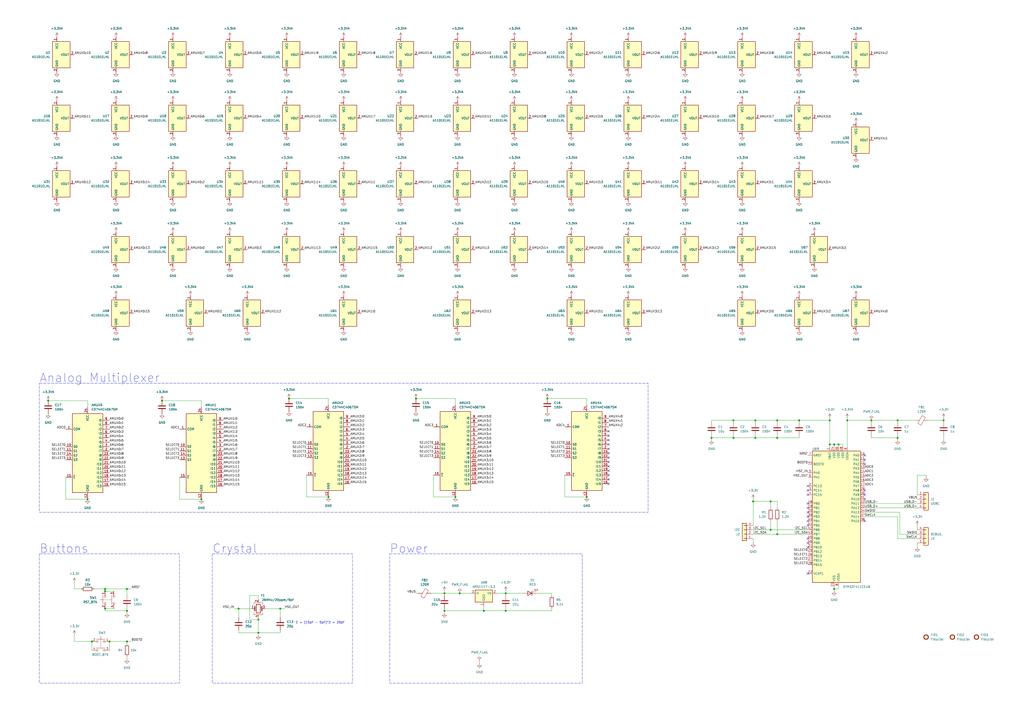
<source format=kicad_sch>
(kicad_sch (version 20230121) (generator eeschema)
  (paper "A2")
  (title_block (title "Macrolev") (date "2023-10-22") (rev "1.0") (company "Heiso"))
  (junction (at 505.46 243.84))
  (junction (at 280.67 354.33))
  (junction (at 483.87 257.81))
  (junction (at 73.66 341.63))
  (junction (at 481.33 257.81))
  (junction (at 425.45 243.84))
  (junction (at 436.88 290.83))
  (junction (at 450.85 309.88))
  (junction (at 162.56 353.06))
  (junction (at 317.5 231.14))
  (junction (at 50.8 289.56))
  (junction (at 149.86 359.41))
  (junction (at 266.7 344.17))
  (junction (at 264.16 288.29))
  (junction (at 190.5 288.29))
  (junction (at 450.85 243.84))
  (junction (at 27.94 232.41))
  (junction (at 463.55 243.84))
  (junction (at 149.86 367.03))
  (junction (at 60.96 341.63))
  (junction (at 450.85 254))
  (junction (at 412.75 254))
  (junction (at 547.37 243.84))
  (junction (at 53.34 372.11))
  (junction (at 491.49 243.84))
  (junction (at 73.66 372.11))
  (junction (at 293.37 354.33))
  (junction (at 340.36 288.29))
  (junction (at 257.81 344.17))
  (junction (at 438.15 243.84))
  (junction (at 138.43 353.06))
  (junction (at 483.87 341.63))
  (junction (at 73.66 354.33))
  (junction (at 520.7 254))
  (junction (at 486.41 257.81))
  (junction (at 257.81 354.33))
  (junction (at 93.98 232.41))
  (junction (at 425.45 254))
  (junction (at 60.96 342.9))
  (junction (at 438.15 254))
  (junction (at 63.5 372.11))
  (junction (at 116.84 289.56))
  (junction (at 293.37 344.17))
  (junction (at 447.04 307.34))
  (junction (at 241.3 231.14))
  (junction (at 447.04 290.83))
  (junction (at 60.96 353.06))
  (junction (at 167.64 231.14))
  (junction (at 520.7 243.84))
  (junction (at 481.33 243.84))
  (no_connect (at 353.06 257.81))
  (no_connect (at 501.65 284.48))
  (no_connect (at 501.65 289.56))
  (no_connect (at 468.63 317.5))
  (no_connect (at 468.63 312.42))
  (no_connect (at 468.63 299.72))
  (no_connect (at 353.06 278.13))
  (no_connect (at 468.63 287.02))
  (no_connect (at 468.63 297.18))
  (no_connect (at 353.06 265.43))
  (no_connect (at 353.06 270.51))
  (no_connect (at 468.63 292.1))
  (no_connect (at 468.63 314.96))
  (no_connect (at 501.65 302.26))
  (no_connect (at 468.63 332.74))
  (no_connect (at 468.63 281.94))
  (no_connect (at 468.63 304.8))
  (no_connect (at 501.65 264.16))
  (no_connect (at 353.06 280.67))
  (no_connect (at 353.06 255.27))
  (no_connect (at 468.63 302.26))
  (no_connect (at 501.65 287.02))
  (no_connect (at 468.63 284.48))
  (no_connect (at 353.06 250.19))
  (no_connect (at 468.63 294.64))
  (no_connect (at 353.06 262.89))
  (no_connect (at 353.06 260.35))
  (no_connect (at 353.06 273.05))
  (no_connect (at 353.06 267.97))
  (no_connect (at 501.65 266.7))
  (no_connect (at 501.65 269.24))
  (no_connect (at 353.06 275.59))
  (no_connect (at 353.06 252.73))
  (wire (pts (xy 149.86 358.14) (xy 149.86 359.41)))
  (wire (pts (xy 488.95 257.81) (xy 486.41 257.81)))
  (wire (pts (xy 149.86 347.98) (xy 149.86 345.44)))
  (wire (pts (xy 530.86 243.84) (xy 520.7 243.84)))
  (wire (pts (xy 547.37 242.57) (xy 547.37 243.84)))
  (wire (pts (xy 340.36 234.95) (xy 340.36 231.14)))
  (wire (pts (xy 491.49 243.84) (xy 491.49 259.08)))
  (wire (pts (xy 293.37 344.17) (xy 293.37 345.44)))
  (wire (pts (xy 425.45 243.84) (xy 438.15 243.84)))
  (wire (pts (xy 425.45 252.73) (xy 425.45 254)))
  (wire (pts (xy 162.56 353.06) (xy 162.56 358.14)))
  (wire (pts (xy 162.56 367.03) (xy 162.56 365.76)))
  (wire (pts (xy 425.45 243.84) (xy 425.45 245.11)))
  (wire (pts (xy 264.16 234.95) (xy 264.16 231.14)))
  (wire (pts (xy 311.15 344.17) (xy 320.04 344.17)))
  (wire (pts (xy 144.78 345.44) (xy 144.78 359.41)))
  (wire (pts (xy 520.7 243.84) (xy 520.7 245.11)))
  (wire (pts (xy 60.96 353.06) (xy 60.96 354.33)))
  (wire (pts (xy 320.04 353.06) (xy 320.04 354.33)))
  (wire (pts (xy 320.04 354.33) (xy 293.37 354.33)))
  (wire (pts (xy 138.43 367.03) (xy 149.86 367.03)))
  (wire (pts (xy 162.56 367.03) (xy 149.86 367.03)))
  (wire (pts (xy 250.19 344.17) (xy 257.81 344.17)))
  (wire (pts (xy 436.88 309.88) (xy 450.85 309.88)))
  (wire (pts (xy 520.7 299.72) (xy 520.7 312.42)))
  (wire (pts (xy 450.85 290.83) (xy 447.04 290.83)))
  (wire (pts (xy 438.15 243.84) (xy 438.15 245.11)))
  (wire (pts (xy 412.75 243.84) (xy 425.45 243.84)))
  (wire (pts (xy 257.81 344.17) (xy 266.7 344.17)))
  (wire (pts (xy 532.13 275.59) (xy 532.13 287.02)))
  (wire (pts (xy 481.33 242.57) (xy 481.33 243.84)))
  (wire (pts (xy 60.96 353.06) (xy 66.04 353.06)))
  (wire (pts (xy 412.75 252.73) (xy 412.75 254)))
  (wire (pts (xy 73.66 372.11) (xy 76.2 372.11)))
  (wire (pts (xy 447.04 290.83) (xy 436.88 290.83)))
  (wire (pts (xy 162.56 353.06) (xy 165.1 353.06)))
  (wire (pts (xy 50.8 236.22) (xy 50.8 232.41)))
  (wire (pts (xy 520.7 254) (xy 520.7 255.27)))
  (wire (pts (xy 73.66 341.63) (xy 76.2 341.63)))
  (wire (pts (xy 463.55 252.73) (xy 463.55 254)))
  (wire (pts (xy 149.86 367.03) (xy 149.86 368.3)))
  (wire (pts (xy 520.7 312.42) (xy 532.13 312.42)))
  (wire (pts (xy 450.85 254) (xy 438.15 254)))
  (wire (pts (xy 488.95 259.08) (xy 488.95 257.81)))
  (wire (pts (xy 532.13 307.34) (xy 532.13 304.8)))
  (wire (pts (xy 483.87 257.81) (xy 481.33 257.81)))
  (wire (pts (xy 288.29 344.17) (xy 293.37 344.17)))
  (wire (pts (xy 537.21 275.59) (xy 537.21 276.86)))
  (wire (pts (xy 412.75 245.11) (xy 412.75 243.84)))
  (wire (pts (xy 138.43 353.06) (xy 138.43 358.14)))
  (wire (pts (xy 483.87 341.63) (xy 483.87 342.9)))
  (wire (pts (xy 520.7 252.73) (xy 520.7 254)))
  (wire (pts (xy 251.46 275.59) (xy 251.46 288.29)))
  (wire (pts (xy 60.96 341.63) (xy 60.96 342.9)))
  (wire (pts (xy 486.41 257.81) (xy 486.41 259.08)))
  (wire (pts (xy 447.04 290.83) (xy 447.04 294.64)))
  (wire (pts (xy 280.67 354.33) (xy 257.81 354.33)))
  (wire (pts (xy 53.34 372.11) (xy 53.34 377.19)))
  (wire (pts (xy 138.43 353.06) (xy 146.05 353.06)))
  (wire (pts (xy 177.8 288.29) (xy 190.5 288.29)))
  (wire (pts (xy 463.55 245.11) (xy 463.55 243.84)))
  (wire (pts (xy 505.46 243.84) (xy 491.49 243.84)))
  (wire (pts (xy 438.15 252.73) (xy 438.15 254)))
  (wire (pts (xy 436.88 307.34) (xy 447.04 307.34)))
  (wire (pts (xy 491.49 243.84) (xy 491.49 242.57)))
  (wire (pts (xy 486.41 340.36) (xy 486.41 341.63)))
  (wire (pts (xy 43.18 341.63) (xy 46.99 341.63)))
  (wire (pts (xy 138.43 367.03) (xy 138.43 365.76)))
  (wire (pts (xy 251.46 288.29) (xy 264.16 288.29)))
  (wire (pts (xy 153.67 353.06) (xy 162.56 353.06)))
  (wire (pts (xy 463.55 254) (xy 450.85 254)))
  (wire (pts (xy 63.5 372.11) (xy 73.66 372.11)))
  (wire (pts (xy 257.81 344.17) (xy 257.81 345.44)))
  (wire (pts (xy 438.15 243.84) (xy 450.85 243.84)))
  (wire (pts (xy 450.85 252.73) (xy 450.85 254)))
  (wire (pts (xy 520.7 243.84) (xy 505.46 243.84)))
  (wire (pts (xy 167.64 231.14) (xy 190.5 231.14)))
  (wire (pts (xy 60.96 354.33) (xy 73.66 354.33)))
  (wire (pts (xy 505.46 252.73) (xy 505.46 254)))
  (wire (pts (xy 505.46 254) (xy 520.7 254)))
  (wire (pts (xy 547.37 243.84) (xy 547.37 245.11)))
  (wire (pts (xy 293.37 342.9) (xy 293.37 344.17)))
  (wire (pts (xy 257.81 342.9) (xy 257.81 344.17)))
  (wire (pts (xy 436.88 312.42) (xy 436.88 314.96)))
  (wire (pts (xy 93.98 232.41) (xy 116.84 232.41)))
  (wire (pts (xy 447.04 302.26) (xy 447.04 307.34)))
  (wire (pts (xy 149.86 345.44) (xy 144.78 345.44)))
  (wire (pts (xy 483.87 340.36) (xy 483.87 341.63)))
  (wire (pts (xy 501.65 299.72) (xy 520.7 299.72)))
  (wire (pts (xy 447.04 307.34) (xy 468.63 307.34)))
  (wire (pts (xy 60.96 342.9) (xy 66.04 342.9)))
  (wire (pts (xy 486.41 257.81) (xy 483.87 257.81)))
  (wire (pts (xy 293.37 344.17) (xy 303.53 344.17)))
  (wire (pts (xy 104.14 276.86) (xy 104.14 289.56)))
  (wire (pts (xy 450.85 245.11) (xy 450.85 243.84)))
  (wire (pts (xy 463.55 243.84) (xy 481.33 243.84)))
  (wire (pts (xy 257.81 354.33) (xy 257.81 355.6)))
  (wire (pts (xy 483.87 257.81) (xy 483.87 259.08)))
  (wire (pts (xy 436.88 290.83) (xy 436.88 289.56)))
  (wire (pts (xy 149.86 359.41) (xy 149.86 367.03)))
  (wire (pts (xy 73.66 353.06) (xy 73.66 354.33)))
  (wire (pts (xy 547.37 252.73) (xy 547.37 255.27)))
  (wire (pts (xy 438.15 254) (xy 425.45 254)))
  (wire (pts (xy 280.67 351.79) (xy 280.67 354.33)))
  (wire (pts (xy 327.66 288.29) (xy 340.36 288.29)))
  (wire (pts (xy 501.65 294.64) (xy 532.13 294.64)))
  (wire (pts (xy 73.66 381) (xy 73.66 382.27)))
  (wire (pts (xy 241.3 344.17) (xy 242.57 344.17)))
  (wire (pts (xy 73.66 355.6) (xy 73.66 354.33)))
  (wire (pts (xy 266.7 344.17) (xy 273.05 344.17)))
  (wire (pts (xy 38.1 289.56) (xy 50.8 289.56)))
  (wire (pts (xy 425.45 254) (xy 412.75 254)))
  (wire (pts (xy 280.67 354.33) (xy 293.37 354.33)))
  (wire (pts (xy 135.89 353.06) (xy 138.43 353.06)))
  (wire (pts (xy 505.46 243.84) (xy 505.46 245.11)))
  (wire (pts (xy 412.75 254) (xy 412.75 255.27)))
  (wire (pts (xy 501.65 292.1) (xy 532.13 292.1)))
  (wire (pts (xy 532.13 314.96) (xy 532.13 317.5)))
  (wire (pts (xy 327.66 275.59) (xy 327.66 288.29)))
  (wire (pts (xy 436.88 304.8) (xy 436.88 290.83)))
  (wire (pts (xy 63.5 372.11) (xy 63.5 377.19)))
  (wire (pts (xy 116.84 236.22) (xy 116.84 232.41)))
  (wire (pts (xy 241.3 231.14) (xy 264.16 231.14)))
  (wire (pts (xy 43.18 337.82) (xy 43.18 341.63)))
  (wire (pts (xy 104.14 289.56) (xy 116.84 289.56)))
  (wire (pts (xy 521.97 297.18) (xy 521.97 309.88)))
  (wire (pts (xy 38.1 276.86) (xy 38.1 289.56)))
  (wire (pts (xy 481.33 243.84) (xy 481.33 257.81)))
  (wire (pts (xy 450.85 294.64) (xy 450.85 290.83)))
  (wire (pts (xy 257.81 354.33) (xy 257.81 353.06)))
  (wire (pts (xy 537.21 275.59) (xy 532.13 275.59)))
  (wire (pts (xy 481.33 257.81) (xy 481.33 259.08)))
  (wire (pts (xy 486.41 341.63) (xy 483.87 341.63)))
  (wire (pts (xy 501.65 297.18) (xy 521.97 297.18)))
  (wire (pts (xy 60.96 341.63) (xy 73.66 341.63)))
  (wire (pts (xy 190.5 234.95) (xy 190.5 231.14)))
  (wire (pts (xy 320.04 344.17) (xy 320.04 345.44)))
  (wire (pts (xy 54.61 341.63) (xy 60.96 341.63)))
  (wire (pts (xy 450.85 302.26) (xy 450.85 309.88)))
  (wire (pts (xy 538.48 243.84) (xy 547.37 243.84)))
  (wire (pts (xy 278.13 383.54) (xy 278.13 384.81)))
  (wire (pts (xy 73.66 345.44) (xy 73.66 341.63)))
  (wire (pts (xy 450.85 309.88) (xy 468.63 309.88)))
  (wire (pts (xy 43.18 372.11) (xy 53.34 372.11)))
  (wire (pts (xy 521.97 309.88) (xy 532.13 309.88)))
  (wire (pts (xy 144.78 359.41) (xy 149.86 359.41)))
  (wire (pts (xy 293.37 354.33) (xy 293.37 353.06)))
  (wire (pts (xy 450.85 243.84) (xy 463.55 243.84)))
  (wire (pts (xy 177.8 275.59) (xy 177.8 288.29)))
  (wire (pts (xy 43.18 368.3) (xy 43.18 372.11)))
  (wire (pts (xy 27.94 232.41) (xy 50.8 232.41)))
  (wire (pts (xy 73.66 372.11) (xy 73.66 373.38)))
  (wire (pts (xy 317.5 231.14) (xy 340.36 231.14)))
  (rectangle (start 123.19 321.31) (end 204.47 396.24) (stroke (width 0) (type dash)))
  (rectangle (start 226.06 321.31) (end 337.82 396.24) (stroke (width 0) (type dash)))
  (rectangle (start 22.86 321.31) (end 104.14 396.24) (stroke (width 0) (type dash)))
  (rectangle (start 22.86 222.25) (end 375.92 297.18) (stroke (width 0) (type dash)))
  (text "Power" (at 226.06 321.31 0) (effects (font (size 5 5)) (justify left bottom)))
  (text "Buttons" (at 22.86 321.31 0) (effects (font (size 5 5)) (justify left bottom)))
  (text "C = (15pF - 5pF)*2 = 20pF" (at 171.45 361.95 0) (effects (font (size 1.27 1.27)) (justify left bottom)))
  (text "Crystal\n" (at 123.19 321.31 0) (effects (font (size 5 5)) (justify left bottom)))
  (text "Analog Multiplexer" (at 22.86 222.25 0) (effects (font (size 5 5)) (justify left bottom)))
  (label "SELECT0" (at 327.66 257.81 180))
  (label "BOOT0" (at 468.63 269.24 180))
  (label "AMUX0:7" (at 110.49 31.75 0))
  (label "ADC4" (at 501.65 281.94 0))
  (label "AMUX0:10" (at 63.5 269.24 0))
  (label "AMUX2:1" (at 341.63 181.61 0))
  (label "ADC0" (at 501.65 271.78 0))
  (label "I2C_SDA" (at 436.88 309.88 0))
  (label "AMUX3:13" (at 374.65 181.61 0))
  (label "AMUX4:0" (at 506.73 181.61 0))
  (label "AMUX3:5" (at 276.86 255.27 0))
  (label "SWDIO" (at 501.65 297.18 0))
  (label "AMUX0:4" (at 63.5 254 0))
  (label "AMUX2:3" (at 341.63 106.68 0))
  (label "AMUX2:4" (at 203.2 252.73 0))
  (label "SELECT3" (at 468.63 327.66 180))
  (label "AMUX4:1" (at 506.73 81.28 0))
  (label "AMUX2:13" (at 275.59 181.61 0))
  (label "AMUX0:12" (at 63.5 274.32 0))
  (label "SELECT2" (at 468.63 325.12 180))
  (label "SELECT0" (at 104.14 259.08 180))
  (label "BOOT0" (at 76.2 372.11 0))
  (label "AMUX3:12" (at 276.86 273.05 0))
  (label "AMUX4:2" (at 506.73 31.75 0))
  (label "AMUX2:3" (at 203.2 250.19 0))
  (label "AMUX2:9" (at 203.2 265.43 0))
  (label "AMUX2:7" (at 341.63 31.75 0))
  (label "AMUX2:9" (at 308.61 31.75 0))
  (label "AMUX3:14" (at 407.67 106.68 0))
  (label "AMUX0:9" (at 77.47 68.58 0))
  (label "AMUX0:7" (at 63.5 261.62 0))
  (label "AMUX3:3" (at 482.6 144.78 0))
  (label "AMUX1:5" (at 129.54 256.54 0))
  (label "HSE_IN" (at 468.63 274.32 180))
  (label "AMUX3:14" (at 276.86 278.13 0))
  (label "AMUX3:6" (at 473.71 31.75 0))
  (label "USB_D-" (at 501.65 292.1 0))
  (label "AMUX1:8" (at 209.55 31.75 0))
  (label "AMUX0:8" (at 63.5 264.16 0))
  (label "AMUX1:7" (at 209.55 68.58 0))
  (label "AMUX0:13" (at 77.47 144.78 0))
  (label "AMUX1:15" (at 129.54 281.94 0))
  (label "AMUX2:12" (at 203.2 273.05 0))
  (label "AMUX1:0" (at 209.55 181.61 0))
  (label "AMUX2:11" (at 275.59 68.58 0))
  (label "AMUX2:15" (at 203.2 280.67 0))
  (label "AMUX3:8" (at 440.69 31.75 0))
  (label "AMUX0:14" (at 77.47 106.68 0))
  (label "AMUX1:9" (at 129.54 266.7 0))
  (label "ADC2" (at 501.65 276.86 0))
  (label "AMUX0:2" (at 110.49 106.68 0))
  (label "AMUX2:0" (at 203.2 242.57 0))
  (label "AMUX3:2" (at 276.86 247.65 0))
  (label "AMUX1:10" (at 176.53 68.58 0))
  (label "SWCLK" (at 501.65 299.72 0))
  (label "AMUX1:1" (at 129.54 246.38 0))
  (label "AMUX1:0" (at 129.54 243.84 0))
  (label "HSE_OUT" (at 468.63 276.86 180))
  (label "SELECT3" (at 104.14 266.7 180))
  (label "ADC1" (at 501.65 274.32 0))
  (label "AMUX1:14" (at 176.53 106.68 0))
  (label "AMUX2:6" (at 374.65 31.75 0))
  (label "ADC0" (at 38.1 248.92 180))
  (label "AMUX0:2" (at 63.5 248.92 0))
  (label "SELECT1" (at 251.46 260.35 180))
  (label "SELECT2" (at 251.46 262.89 180))
  (label "AMUX3:8" (at 276.86 262.89 0))
  (label "AMUX0:1" (at 120.65 181.61 0))
  (label "SELECT1" (at 177.8 260.35 180))
  (label "AMUX3:7" (at 440.69 68.58 0))
  (label "NRST" (at 76.2 341.63 0))
  (label "HSE_OUT" (at 165.1 353.06 0))
  (label "AMUX3:11" (at 374.65 106.68 0))
  (label "I2C_SCL" (at 468.63 307.34 180))
  (label "AMUX2:2" (at 374.65 144.78 0))
  (label "SELECT3" (at 327.66 265.43 180))
  (label "AMUX0:11" (at 43.18 68.58 0))
  (label "AMUX1:3" (at 129.54 251.46 0))
  (label "AMUX1:13" (at 176.53 144.78 0))
  (label "AMUX0:0" (at 63.5 243.84 0))
  (label "AMUX1:8" (at 129.54 264.16 0))
  (label "AMUX0:14" (at 63.5 279.4 0))
  (label "ADC3" (at 251.46 247.65 180))
  (label "SELECT1" (at 104.14 261.62 180))
  (label "AMUX2:14" (at 308.61 144.78 0))
  (label "SELECT3" (at 38.1 266.7 180))
  (label "SELECT0" (at 251.46 257.81 180))
  (label "AMUX3:11" (at 276.86 270.51 0))
  (label "AMUX3:4" (at 473.71 106.68 0))
  (label "AMUX2:2" (at 203.2 247.65 0))
  (label "AMUX2:13" (at 203.2 275.59 0))
  (label "SELECT0" (at 468.63 320.04 180))
  (label "AMUX0:6" (at 110.49 68.58 0))
  (label "AMUX0:11" (at 63.5 271.78 0))
  (label "AMUX3:9" (at 407.67 31.75 0))
  (label "AMUX1:7" (at 129.54 261.62 0))
  (label "AMUX1:9" (at 176.53 31.75 0))
  (label "AMUX3:15" (at 440.69 144.78 0))
  (label "AMUX2:5" (at 341.63 68.58 0))
  (label "AMUX0:4" (at 143.51 68.58 0))
  (label "AMUX1:1" (at 209.55 106.68 0))
  (label "SWDIO" (at 532.13 309.88 180))
  (label "AMUX3:7" (at 276.86 260.35 0))
  (label "AMUX1:14" (at 129.54 279.4 0))
  (label "AMUX3:10" (at 276.86 267.97 0))
  (label "AMUX1:4" (at 242.57 106.68 0))
  (label "AMUX1:13" (at 129.54 276.86 0))
  (label "AMUX0:15" (at 63.5 281.94 0))
  (label "AMUX1:6" (at 242.57 31.75 0))
  (label "AMUX4:1" (at 353.06 245.11 0))
  (label "USB_D+" (at 532.13 294.64 180))
  (label "AMUX3:3" (at 276.86 250.19 0))
  (label "AMUX2:11" (at 203.2 270.51 0))
  (label "AMUX0:9" (at 63.5 266.7 0))
  (label "AMUX3:0" (at 440.69 181.61 0))
  (label "AMUX1:2" (at 129.54 248.92 0))
  (label "AMUX0:5" (at 63.5 256.54 0))
  (label "AMUX0:8" (at 77.47 31.75 0))
  (label "ADC2" (at 177.8 247.65 180))
  (label "AMUX0:10" (at 43.18 31.75 0))
  (label "AMUX2:15" (at 308.61 106.68 0))
  (label "HSE_IN" (at 135.89 353.06 180))
  (label "AMUX2:6" (at 203.2 257.81 0))
  (label "AMUX1:12" (at 129.54 274.32 0))
  (label "AMUX1:4" (at 129.54 254 0))
  (label "AMUX3:5" (at 473.71 68.58 0))
  (label "AMUX0:13" (at 63.5 276.86 0))
  (label "I2C_SCL" (at 436.88 307.34 0))
  (label "USB_D-" (at 532.13 292.1 180))
  (label "AMUX2:14" (at 203.2 278.13 0))
  (label "AMUX0:12" (at 43.18 106.68 0))
  (label "AMUX2:12" (at 275.59 106.68 0))
  (label "ADC4" (at 327.66 247.65 180))
  (label "AMUX0:15" (at 77.47 181.61 0))
  (label "AMUX1:11" (at 129.54 271.78 0))
  (label "AMUX3:6" (at 276.86 257.81 0))
  (label "AMUX0:3" (at 63.5 251.46 0))
  (label "SELECT3" (at 251.46 265.43 180))
  (label "ADC3" (at 501.65 279.4 0))
  (label "AMUX1:10" (at 129.54 269.24 0))
  (label "AMUX3:1" (at 276.86 245.11 0))
  (label "AMUX1:3" (at 275.59 144.78 0))
  (label "AMUX2:4" (at 374.65 68.58 0))
  (label "AMUX2:10" (at 203.2 267.97 0))
  (label "SELECT2" (at 177.8 262.89 180))
  (label "SELECT1" (at 327.66 260.35 180))
  (label "AMUX2:1" (at 203.2 245.11 0))
  (label "VBUS" (at 532.13 289.56 180))
  (label "AMUX3:4" (at 276.86 252.73 0))
  (label "AMUX0:0" (at 110.49 144.78 0))
  (label "AMUX1:2" (at 242.57 144.78 0))
  (label "SELECT1" (at 38.1 261.62 180))
  (label "AMUX4:2" (at 353.06 247.65 0))
  (label "SELECT2" (at 104.14 264.16 180))
  (label "AMUX2:10" (at 275.59 31.75 0))
  (label "AMUX3:10" (at 407.67 68.58 0))
  (label "USB_D+" (at 501.65 294.64 0))
  (label "AMUX0:3" (at 143.51 144.78 0))
  (label "SELECT2" (at 38.1 264.16 180))
  (label "AMUX1:15" (at 209.55 144.78 0))
  (label "SELECT3" (at 177.8 265.43 180))
  (label "AMUX0:6" (at 63.5 259.08 0))
  (label "AMUX3:15" (at 276.86 280.67 0))
  (label "NRST" (at 468.63 264.16 180))
  (label "AMUX2:0" (at 341.63 144.78 0))
  (label "VBUS" (at 241.3 344.17 180))
  (label "AMUX1:12" (at 153.67 181.61 0))
  (label "SELECT2" (at 327.66 262.89 180))
  (label "AMUX3:0" (at 276.86 242.57 0))
  (label "AMUX0:5" (at 143.51 31.75 0))
  (label "SWCLK" (at 532.13 312.42 180))
  (label "AMUX4:0" (at 353.06 242.57 0))
  (label "AMUX1:5" (at 242.57 68.58 0))
  (label "SELECT1" (at 468.63 322.58 180))
  (label "AMUX1:11" (at 143.51 106.68 0))
  (label "AMUX2:7" (at 203.2 260.35 0))
  (label "AMUX1:6" (at 129.54 259.08 0))
  (label "AMUX2:5" (at 203.2 255.27 0))
  (label "AMUX2:8" (at 203.2 262.89 0))
  (label "SELECT0" (at 38.1 259.08 180))
  (label "SELECT0" (at 177.8 257.81 180))
  (label "AMUX3:13" (at 276.86 275.59 0))
  (label "AMUX3:2" (at 473.71 181.61 0))
  (label "I2C_SDA" (at 468.63 309.88 180))
  (label "ADC1" (at 104.14 248.92 180))
  (label "AMUX3:12" (at 407.67 144.78 0))
  (label "AMUX3:9" (at 276.86 265.43 0))
  (label "AMUX2:8" (at 308.61 68.58 0))
  (label "AMUX3:1" (at 440.69 106.68 0))
  (label "AMUX0:1" (at 63.5 246.38 0))
  (symbol (lib_id "Sensor_Magnetic:A1101ELHL") (at 334.01 68.58 0) (unit 1)
    (property "Reference" "U25" (at 327.66 67.3099 0) (effects (justify right)))
    (property "Value" "A1101ELHL" (at 327.66 69.8499 0) (effects (justify right)))
    (property "Footprint" "Package_TO_SOT_SMD:SOT-23" (effects hide))
    (property "Datasheet" "https://www.allegromicro.com/-/media/files/datasheets/a110x-datasheet.ashx" (effects hide))
    (property "LCSC" "C266230" (effects hide))
  )
  (symbol (lib_id "power:+3.3VA") (at 331.47 96.52 0) (unit 1)
    (property "Reference" "#PWR070" (effects hide))
    (property "Value" "+3.3VA" (at 331.47 91.44 0))
  )
  (symbol (lib_id "power:+3.3VA") (at 232.41 21.59 0) (unit 1)
    (property "Reference" "#PWR07" (effects hide))
    (property "Value" "+3.3VA" (at 232.41 16.51 0))
  )
  (symbol (lib_id "power:GND") (at 166.37 78.74 0) (unit 1)
    (property "Reference" "#PWR050" (effects hide))
    (property "Value" "GND" (at 166.37 83.82 0))
  )
  (symbol (lib_id "power:GND") (at 133.35 154.94 0) (unit 1)
    (property "Reference" "#PWR0104" (effects hide))
    (property "Value" "GND" (at 133.35 160.02 0))
  )
  (symbol (lib_id "Device:C") (at 520.7 248.92 0) (unit 1)
    (property "Reference" "C7" (at 524.51 247.65 0) (effects (justify left)))
    (property "Value" "1u" (at 524.51 250.19 0) (effects (justify left)))
    (property "Footprint" "Capacitor_SMD:C_0402_1005Metric_Pad0.74x0.62mm_HandSolder" (effects hide))
    (property "LCSC" "C52923" (effects hide))
  )
  (symbol (lib_id "power:GND") (at 149.86 368.3 0) (unit 1)
    (property "Reference" "#PWR0164" (effects hide))
    (property "Value" "GND" (at 149.86 373.38 0))
  )
  (symbol (lib_id "74xx:CD74HC4067SM") (at 190.5 260.35 0) (unit 1)
    (property "Reference" "AMUX2" (at 192.6941 233.68 0) (effects (justify left)))
    (property "Value" "CD74HC4067SM" (at 192.6941 236.22 0) (effects (justify left)))
    (property "Footprint" "Package_SO:SSOP-24_5.3x8.2mm_P0.65mm" (effects hide))
    (property "Datasheet" "http://www.ti.com/lit/ds/symlink/cd74hc4067.pdf" (effects hide))
    (property "LCSC" "C179326" (effects hide))
  )
  (symbol (lib_id "power:+3.3VA") (at 33.02 96.52 0) (unit 1)
    (property "Reference" "#PWR061" (effects hide))
    (property "Value" "+3.3VA" (at 33.02 91.44 0))
  )
  (symbol (lib_id "Sensor_Magnetic:A1101ELHL") (at 234.95 106.68 0) (unit 1)
    (property "Reference" "U37" (at 228.6 105.4099 0) (effects (justify right)))
    (property "Value" "A1101ELHL" (at 228.6 107.9499 0) (effects (justify right)))
    (property "Footprint" "Package_TO_SOT_SMD:SOT-23" (effects hide))
    (property "Datasheet" "https://www.allegromicro.com/-/media/files/datasheets/a110x-datasheet.ashx" (effects hide))
    (property "LCSC" "C266230" (effects hide))
  )
  (symbol (lib_id "Sensor_Magnetic:A1101ELHL") (at 135.89 68.58 0) (unit 1)
    (property "Reference" "U19" (at 129.54 67.3099 0) (effects (justify right)))
    (property "Value" "A1101ELHL" (at 129.54 69.8499 0) (effects (justify right)))
    (property "Footprint" "Package_TO_SOT_SMD:SOT-23" (effects hide))
    (property "Datasheet" "https://www.allegromicro.com/-/media/files/datasheets/a110x-datasheet.ashx" (effects hide))
    (property "LCSC" "C266230" (effects hide))
  )
  (symbol (lib_id "Sensor_Magnetic:A1101ELHL") (at 168.91 144.78 0) (unit 1)
    (property "Reference" "U48" (at 162.56 143.5099 0) (effects (justify right)))
    (property "Value" "A1101ELHL" (at 162.56 146.0499 0) (effects (justify right)))
    (property "Footprint" "Package_TO_SOT_SMD:SOT-23" (effects hide))
    (property "Datasheet" "https://www.allegromicro.com/-/media/files/datasheets/a110x-datasheet.ashx" (effects hide))
    (property "LCSC" "C266230" (effects hide))
  )
  (symbol (lib_id "Sensor_Magnetic:A1101ELHL") (at 135.89 106.68 0) (unit 1)
    (property "Reference" "U34" (at 129.54 105.4099 0) (effects (justify right)))
    (property "Value" "A1101ELHL" (at 129.54 107.9499 0) (effects (justify right)))
    (property "Footprint" "Package_TO_SOT_SMD:SOT-23" (effects hide))
    (property "Datasheet" "https://www.allegromicro.com/-/media/files/datasheets/a110x-datasheet.ashx" (effects hide))
    (property "LCSC" "C266230" (effects hide))
  )
  (symbol (lib_id "Sensor_Magnetic:A1101ELHL") (at 102.87 68.58 0) (unit 1)
    (property "Reference" "U18" (at 96.52 67.3099 0) (effects (justify right)))
    (property "Value" "A1101ELHL" (at 96.52 69.8499 0) (effects (justify right)))
    (property "Footprint" "Package_TO_SOT_SMD:SOT-23" (effects hide))
    (property "Datasheet" "https://www.allegromicro.com/-/media/files/datasheets/a110x-datasheet.ashx" (effects hide))
    (property "LCSC" "C266230" (effects hide))
  )
  (symbol (lib_id "power:+3.3VA") (at 166.37 21.59 0) (unit 1)
    (property "Reference" "#PWR05" (effects hide))
    (property "Value" "+3.3VA" (at 166.37 16.51 0))
  )
  (symbol (lib_id "power:GND") (at 298.45 41.91 0) (unit 1)
    (property "Reference" "#PWR024" (effects hide))
    (property "Value" "GND" (at 298.45 46.99 0))
  )
  (symbol (lib_id "Sensor_Magnetic:A1101ELHL") (at 433.07 144.78 0) (unit 1)
    (property "Reference" "U56" (at 426.72 143.5099 0) (effects (justify right)))
    (property "Value" "A1101ELHL" (at 426.72 146.0499 0) (effects (justify right)))
    (property "Footprint" "Package_TO_SOT_SMD:SOT-23" (effects hide))
    (property "Datasheet" "https://www.allegromicro.com/-/media/files/datasheets/a110x-datasheet.ashx" (effects hide))
    (property "LCSC" "C266230" (effects hide))
  )
  (symbol (lib_id "power:+3.3VA") (at 166.37 58.42 0) (unit 1)
    (property "Reference" "#PWR035" (effects hide))
    (property "Value" "+3.3VA" (at 166.37 53.34 0))
  )
  (symbol (lib_id "power:GND") (at 67.31 78.74 0) (unit 1)
    (property "Reference" "#PWR047" (effects hide))
    (property "Value" "GND" (at 67.31 83.82 0))
  )
  (symbol (lib_id "power:+3.3VA") (at 298.45 21.59 0) (unit 1)
    (property "Reference" "#PWR09" (effects hide))
    (property "Value" "+3.3VA" (at 298.45 16.51 0))
  )
  (symbol (lib_id "power:GND") (at 520.7 255.27 0) (unit 1)
    (property "Reference" "#PWR0151" (effects hide))
    (property "Value" "GND" (at 520.7 260.35 0))
  )
  (symbol (lib_id "power:+3.3V") (at 43.18 337.82 0) (unit 1)
    (property "Reference" "#PWR0153" (effects hide))
    (property "Value" "+3.3V" (at 43.18 332.74 0))
  )
  (symbol (lib_id "Device:C") (at 317.5 234.95 0) (unit 1)
    (property "Reference" "C16" (at 321.31 233.68 0) (effects (justify left)))
    (property "Value" "100n" (at 321.31 236.22 0) (effects (justify left)))
    (property "Footprint" "Capacitor_SMD:C_0402_1005Metric_Pad0.74x0.62mm_HandSolder" (effects hide))
    (property "LCSC" "C1525" (effects hide))
  )
  (symbol (lib_id "power:GND") (at 483.87 342.9 0) (unit 1)
    (property "Reference" "#PWR0119" (effects hide))
    (property "Value" "GND" (at 483.87 347.98 0))
  )
  (symbol (lib_id "power:GND") (at 496.57 41.91 0) (unit 1)
    (property "Reference" "#PWR030" (effects hide))
    (property "Value" "GND" (at 496.57 46.99 0))
  )
  (symbol (lib_id "MCU_ST_STM32F4:STM32F411CEUx") (at 483.87 299.72 0) (unit 1)
    (property "Reference" "U69" (at 471.17 260.35 0) (effects (justify left)))
    (property "Value" "STM32F411CEU6" (at 488.95 340.36 0) (effects (justify left)))
    (property "Footprint" "Package_DFN_QFN:QFN-48-1EP_7x7mm_P0.5mm_EP5.6x5.6mm" (effects hide))
    (property "Datasheet" "https://www.st.com/resource/en/datasheet/stm32f411ce.pdf" (effects hide))
    (property "LCSC" "C60420" (effects hide))
  )
  (symbol (lib_id "power:+3.3VA") (at 397.51 134.62 0) (unit 1)
    (property "Reference" "#PWR099" (effects hide))
    (property "Value" "+3.3VA" (at 397.51 129.54 0))
  )
  (symbol (lib_id "power:GND") (at 100.33 78.74 0) (unit 1)
    (property "Reference" "#PWR048" (effects hide))
    (property "Value" "GND" (at 100.33 83.82 0))
  )
  (symbol (lib_id "power:+3.3VA") (at 33.02 21.59 0) (unit 1)
    (property "Reference" "#PWR01" (effects hide))
    (property "Value" "+3.3VA" (at 33.02 16.51 0))
  )
  (symbol (lib_id "Sensor_Magnetic:A1101ELHL") (at 102.87 31.75 0) (unit 1)
    (property "Reference" "U3" (at 96.52 30.4799 0) (effects (justify right)))
    (property "Value" "A1101ELHL" (at 96.52 33.0199 0) (effects (justify right)))
    (property "Footprint" "Package_TO_SOT_SMD:SOT-23" (effects hide))
    (property "Datasheet" "https://www.allegromicro.com/-/media/files/datasheets/a110x-datasheet.ashx" (effects hide))
    (property "LCSC" "C266230" (effects hide))
  )
  (symbol (lib_id "power:+3.3VA") (at 265.43 96.52 0) (unit 1)
    (property "Reference" "#PWR068" (effects hide))
    (property "Value" "+3.3VA" (at 265.43 91.44 0))
  )
  (symbol (lib_id "power:GND") (at 430.53 154.94 0) (unit 1)
    (property "Reference" "#PWR0113" (effects hide))
    (property "Value" "GND" (at 430.53 160.02 0))
  )
  (symbol (lib_id "Sensor_Magnetic:A1101ELHL") (at 499.11 81.28 0) (unit 1)
    (property "Reference" "U30" (at 492.76 80.0099 0) (effects (justify right)))
    (property "Value" "A1101ELHL" (at 492.76 82.5499 0) (effects (justify right)))
    (property "Footprint" "Package_TO_SOT_SMD:SOT-23" (effects hide))
    (property "Datasheet" "https://www.allegromicro.com/-/media/files/datasheets/a110x-datasheet.ashx" (effects hide))
    (property "LCSC" "C266230" (effects hide))
  )
  (symbol (lib_id "Sensor_Magnetic:A1101ELHL") (at 69.85 31.75 0) (unit 1)
    (property "Reference" "U2" (at 63.5 30.4799 0) (effects (justify right)))
    (property "Value" "A1101ELHL" (at 63.5 33.0199 0) (effects (justify right)))
    (property "Footprint" "Package_TO_SOT_SMD:SOT-23" (effects hide))
    (property "Datasheet" "https://www.allegromicro.com/-/media/files/datasheets/a110x-datasheet.ashx" (effects hide))
    (property "LCSC" "C266230" (effects hide))
  )
  (symbol (lib_id "Device:R") (at 450.85 298.45 0) (unit 1)
    (property "Reference" "R2" (at 453.39 297.18 0) (effects (justify left)))
    (property "Value" "1.2K" (at 453.39 299.72 0) (effects (justify left)))
    (property "Footprint" "Resistor_SMD:R_0402_1005Metric_Pad0.72x0.64mm_HandSolder" (effects hide))
    (property "LCSC" "C25862" (effects hide))
  )
  (symbol (lib_id "Sensor_Magnetic:A1101ELHL") (at 400.05 31.75 0) (unit 1)
    (property "Reference" "U12" (at 393.7 30.4799 0) (effects (justify right)))
    (property "Value" "A1101ELHL" (at 393.7 33.0199 0) (effects (justify right)))
    (property "Footprint" "Package_TO_SOT_SMD:SOT-23" (effects hide))
    (property "Datasheet" "https://www.allegromicro.com/-/media/files/datasheets/a110x-datasheet.ashx" (effects hide))
    (property "LCSC" "C266230" (effects hide))
  )
  (symbol (lib_id "power:+3.3VA") (at 430.53 96.52 0) (unit 1)
    (property "Reference" "#PWR073" (effects hide))
    (property "Value" "+3.3VA" (at 430.53 91.44 0))
  )
  (symbol (lib_id "power:+3.3VA") (at 199.39 134.62 0) (unit 1)
    (property "Reference" "#PWR093" (effects hide))
    (property "Value" "+3.3VA" (at 199.39 129.54 0))
  )
  (symbol (lib_id "power:GND") (at 397.51 116.84 0) (unit 1)
    (property "Reference" "#PWR086" (effects hide))
    (property "Value" "GND" (at 397.51 121.92 0))
  )
  (symbol (lib_id "Mechanical:Fiducial") (at 537.21 369.57 0) (unit 1)
    (property "Reference" "FID1" (at 539.75 368.3 0) (effects (justify left)))
    (property "Value" "Fiducial" (at 539.75 370.84 0) (effects (justify left)))
    (property "Footprint" "Fiducial:Fiducial_1mm_Mask3mm" (effects hide))
  )
  (symbol (lib_id "power:GND") (at 33.02 116.84 0) (unit 1)
    (property "Reference" "#PWR075" (effects hide))
    (property "Value" "GND" (at 33.02 121.92 0))
  )
  (symbol (lib_id "power:+3.3VA") (at 472.44 134.62 0) (unit 1)
    (property "Reference" "#PWR0101" (effects hide))
    (property "Value" "+3.3VA" (at 472.44 129.54 0))
  )
  (symbol (lib_id "power:GND") (at 166.37 41.91 0) (unit 1)
    (property "Reference" "#PWR020" (effects hide))
    (property "Value" "GND" (at 166.37 46.99 0))
  )
  (symbol (lib_id "power:GND") (at 331.47 191.77 0) (unit 1)
    (property "Reference" "#PWR0132" (effects hide))
    (property "Value" "GND" (at 331.47 196.85 0))
  )
  (symbol (lib_id "power:GND") (at 397.51 154.94 0) (unit 1)
    (property "Reference" "#PWR0112" (effects hide))
    (property "Value" "GND" (at 397.51 160.02 0))
  )
  (symbol (lib_id "power:+3.3VA") (at 110.49 171.45 0) (unit 1)
    (property "Reference" "#PWR0116" (effects hide))
    (property "Value" "+3.3VA" (at 110.49 166.37 0))
  )
  (symbol (lib_id "power:+3.3VA") (at 265.43 58.42 0) (unit 1)
    (property "Reference" "#PWR038" (effects hide))
    (property "Value" "+3.3VA" (at 265.43 53.34 0))
  )
  (symbol (lib_id "Device:FerriteBead") (at 246.38 344.17 90) (unit 1)
    (property "Reference" "FB2" (at 246.3292 336.55 90))
    (property "Value" "120R" (at 246.3292 339.09 90))
    (property "Footprint" "Inductor_SMD:L_0603_1608Metric_Pad1.05x0.95mm_HandSolder" (effects hide))
    (property "LCSC" "C76892" (effects hide))
  )
  (symbol (lib_id "power:GND") (at 133.35 78.74 0) (unit 1)
    (property "Reference" "#PWR049" (effects hide))
    (property "Value" "GND" (at 133.35 83.82 0))
  )
  (symbol (lib_id "Device:C") (at 257.81 349.25 0) (unit 1)
    (property "Reference" "C10" (at 251.46 347.98 0) (effects (justify left)))
    (property "Value" "22u" (at 250.19 350.52 0) (effects (justify left)))
    (property "Footprint" "Capacitor_SMD:C_0805_2012Metric_Pad1.18x1.45mm_HandSolder" (effects hide))
    (property "LCSC" "C45783" (effects hide))
  )
  (symbol (lib_id "power:GND") (at 532.13 317.5 0) (unit 1)
    (property "Reference" "#PWR0171" (effects hide))
    (property "Value" "GND" (at 532.13 322.58 0))
  )
  (symbol (lib_id "Sensor_Magnetic:A1101ELHL") (at 400.05 106.68 0) (unit 1)
    (property "Reference" "U42" (at 393.7 105.4099 0) (effects (justify right)))
    (property "Value" "A1101ELHL" (at 393.7 107.9499 0) (effects (justify right)))
    (property "Footprint" "Package_TO_SOT_SMD:SOT-23" (effects hide))
    (property "Datasheet" "https://www.allegromicro.com/-/media/files/datasheets/a110x-datasheet.ashx" (effects hide))
    (property "LCSC" "C266230" (effects hide))
  )
  (symbol (lib_id "power:GND") (at 430.53 191.77 0) (unit 1)
    (property "Reference" "#PWR0134" (effects hide))
    (property "Value" "GND" (at 430.53 196.85 0))
  )
  (symbol (lib_id "power:PWR_FLAG") (at 278.13 383.54 0) (unit 1)
    (property "Reference" "#FLG01" (effects hide))
    (property "Value" "PWR_FLAG" (at 278.13 378.46 0))
  )
  (symbol (lib_id "Sensor_Magnetic:A1101ELHL") (at 267.97 181.61 0) (unit 1)
    (property "Reference" "U62" (at 261.62 180.34 0) (effects (justify right)))
    (property "Value" "A1101ELHL" (at 261.62 182.88 0) (effects (justify right)))
    (property "Footprint" "Package_TO_SOT_SMD:SOT-23" (effects hide))
    (property "Datasheet" "https://www.allegromicro.com/-/media/files/datasheets/a110x-datasheet.ashx" (effects hide))
    (property "LCSC" "C266230" (effects hide))
  )
  (symbol (lib_id "power:+3.3VA") (at 430.53 134.62 0) (unit 1)
    (property "Reference" "#PWR0100" (effects hide))
    (property "Value" "+3.3VA" (at 430.53 129.54 0))
  )
  (symbol (lib_id "power:GND") (at 167.64 238.76 0) (unit 1)
    (property "Reference" "#PWR0145" (effects hide))
    (property "Value" "GND" (at 167.64 243.84 0))
  )
  (symbol (lib_id "Sensor_Magnetic:A1101ELHL") (at 334.01 31.75 0) (unit 1)
    (property "Reference" "U10" (at 327.66 30.4799 0) (effects (justify right)))
    (property "Value" "A1101ELHL" (at 327.66 33.0199 0) (effects (justify right)))
    (property "Footprint" "Package_TO_SOT_SMD:SOT-23" (effects hide))
    (property "Datasheet" "https://www.allegromicro.com/-/media/files/datasheets/a110x-datasheet.ashx" (effects hide))
    (property "LCSC" "C266230" (effects hide))
  )
  (symbol (lib_id "power:GND") (at 166.37 116.84 0) (unit 1)
    (property "Reference" "#PWR079" (effects hide))
    (property "Value" "GND" (at 166.37 121.92 0))
  )
  (symbol (lib_id "Sensor_Magnetic:A1101ELHL") (at 466.09 181.61 0) (unit 1)
    (property "Reference" "U66" (at 459.74 180.34 0) (effects (justify right)))
    (property "Value" "A1101ELHL" (at 459.74 182.88 0) (effects (justify right)))
    (property "Footprint" "Package_TO_SOT_SMD:SOT-23" (effects hide))
    (property "Datasheet" "https://www.allegromicro.com/-/media/files/datasheets/a110x-datasheet.ashx" (effects hide))
    (property "LCSC" "C266230" (effects hide))
  )
  (symbol (lib_id "power:GND") (at 110.49 191.77 0) (unit 1)
    (property "Reference" "#PWR0127" (effects hide))
    (property "Value" "GND" (at 110.49 196.85 0))
  )
  (symbol (lib_id "Device:C") (at 547.37 248.92 0) (unit 1)
    (property "Reference" "C8" (at 551.18 247.65 0) (effects (justify left)))
    (property "Value" "1u" (at 551.18 250.19 0) (effects (justify left)))
    (property "Footprint" "Capacitor_SMD:C_0402_1005Metric_Pad0.74x0.62mm_HandSolder" (effects hide))
    (property "LCSC" "C52923" (effects hide))
  )
  (symbol (lib_id "power:+3.3VA") (at 100.33 96.52 0) (unit 1)
    (property "Reference" "#PWR063" (effects hide))
    (property "Value" "+3.3VA" (at 100.33 91.44 0))
  )
  (symbol (lib_id "power:+3.3VA") (at 430.53 171.45 0) (unit 1)
    (property "Reference" "#PWR0123" (effects hide))
    (property "Value" "+3.3VA" (at 430.53 166.37 0))
  )
  (symbol (lib_id "power:GND") (at 257.81 355.6 0) (unit 1)
    (property "Reference" "#PWR0162" (effects hide))
    (property "Value" "GND" (at 257.81 360.68 0))
  )
  (symbol (lib_id "power:+3.3VA") (at 166.37 134.62 0) (unit 1)
    (property "Reference" "#PWR092" (effects hide))
    (property "Value" "+3.3VA" (at 166.37 129.54 0))
  )
  (symbol (lib_id "power:+3.3VA") (at 364.49 96.52 0) (unit 1)
    (property "Reference" "#PWR071" (effects hide))
    (property "Value" "+3.3VA" (at 364.49 91.44 0))
  )
  (symbol (lib_id "Sensor_Magnetic:A1101ELHL") (at 267.97 106.68 0) (unit 1)
    (property "Reference" "U38" (at 261.62 105.4099 0) (effects (justify right)))
    (property "Value" "A1101ELHL" (at 261.62 107.9499 0) (effects (justify right)))
    (property "Footprint" "Package_TO_SOT_SMD:SOT-23" (effects hide))
    (property "Datasheet" "https://www.allegromicro.com/-/media/files/datasheets/a110x-datasheet.ashx" (effects hide))
    (property "LCSC" "C266230" (effects hide))
  )
  (symbol (lib_id "Sensor_Magnetic:A1101ELHL") (at 367.03 181.61 0) (unit 1)
    (property "Reference" "U64" (at 360.68 180.34 0) (effects (justify right)))
    (property "Value" "A1101ELHL" (at 360.68 182.88 0) (effects (justify right)))
    (property "Footprint" "Package_TO_SOT_SMD:SOT-23" (effects hide))
    (property "Datasheet" "https://www.allegromicro.com/-/media/files/datasheets/a110x-datasheet.ashx" (effects hide))
    (property "LCSC" "C266230" (effects hide))
  )
  (symbol (lib_id "Mechanical:Fiducial") (at 552.45 369.57 0) (unit 1)
    (property "Reference" "FID2" (at 554.99 368.3 0) (effects (justify left)))
    (property "Value" "Fiducial" (at 554.99 370.84 0) (effects (justify left)))
    (property "Footprint" "Fiducial:Fiducial_1mm_Mask3mm" (effects hide))
  )
  (symbol (lib_id "Sensor_Magnetic:A1101ELHL") (at 69.85 106.68 0) (unit 1)
    (property "Reference" "U32" (at 63.5 105.4099 0) (effects (justify right)))
    (property "Value" "A1101ELHL" (at 63.5 107.9499 0) (effects (justify right)))
    (property "Footprint" "Package_TO_SOT_SMD:SOT-23" (effects hide))
    (property "Datasheet" "https://www.allegromicro.com/-/media/files/datasheets/a110x-datasheet.ashx" (effects hide))
    (property "LCSC" "C266230" (effects hide))
  )
  (symbol (lib_id "power:GND") (at 73.66 355.6 0) (unit 1)
    (property "Reference" "#PWR0152" (effects hide))
    (property "Value" "GND" (at 73.66 360.68 0))
  )
  (symbol (lib_id "power:+3.3V") (at 532.13 304.8 0) (unit 1)
    (property "Reference" "#PWR0170" (effects hide))
    (property "Value" "+3.3V" (at 532.13 299.72 0))
  )
  (symbol (lib_id "Device:C") (at 73.66 349.25 0) (unit 1)
    (property "Reference" "C9" (at 77.47 347.98 0) (effects (justify left)))
    (property "Value" "100n" (at 77.47 350.52 0) (effects (justify left)))
    (property "Footprint" "Capacitor_SMD:C_0402_1005Metric_Pad0.74x0.62mm_HandSolder" (effects hide))
    (property "LCSC" "C1525" (effects hide))
  )
  (symbol (lib_id "power:GND") (at 232.41 116.84 0) (unit 1)
    (property "Reference" "#PWR081" (effects hide))
    (property "Value" "GND" (at 232.41 121.92 0))
  )
  (symbol (lib_id "power:GND") (at 133.35 41.91 0) (unit 1)
    (property "Reference" "#PWR019" (effects hide))
    (property "Value" "GND" (at 133.35 46.99 0))
  )
  (symbol (lib_id "power:GND") (at 537.21 276.86 0) (mirror y) (unit 1)
    (property "Reference" "#PWR0172" (effects hide))
    (property "Value" "GND" (at 537.21 281.94 0))
  )
  (symbol (lib_id "Device:C") (at 138.43 361.95 0) (unit 1)
    (property "Reference" "C12" (at 142.24 360.68 0) (effects (justify left)))
    (property "Value" "20p" (at 142.24 363.22 0) (effects (justify left)))
    (property "Footprint" "Capacitor_SMD:C_0402_1005Metric_Pad0.74x0.62mm_HandSolder" (effects hide))
    (property "LCSC" "C1554" (effects hide))
  )
  (symbol (lib_id "power:+3.3VA") (at 133.35 58.42 0) (unit 1)
    (property "Reference" "#PWR034" (effects hide))
    (property "Value" "+3.3VA" (at 133.35 53.34 0))
  )
  (symbol (lib_id "power:GND") (at 67.31 154.94 0) (unit 1)
    (property "Reference" "#PWR0102" (effects hide))
    (property "Value" "GND" (at 67.31 160.02 0))
  )
  (symbol (lib_id "power:+3.3VA") (at 33.02 58.42 0) (unit 1)
    (property "Reference" "#PWR031" (effects hide))
    (property "Value" "+3.3VA" (at 33.02 53.34 0))
  )
  (symbol (lib_id "power:GND") (at 199.39 191.77 0) (unit 1)
    (property "Reference" "#PWR0129" (effects hide))
    (property "Value" "GND" (at 199.39 196.85 0))
  )
  (symbol (lib_id "power:GND") (at 190.5 288.29 0) (unit 1)
    (property "Reference" "#PWR0142" (effects hide))
    (property "Value" "GND" (at 190.5 293.37 0))
  )
  (symbol (lib_id "Device:C") (at 241.3 234.95 0) (unit 1)
    (property "Reference" "C15" (at 245.11 233.68 0) (effects (justify left)))
    (property "Value" "100n" (at 245.11 236.22 0) (effects (justify left)))
    (property "Footprint" "Capacitor_SMD:C_0402_1005Metric_Pad0.74x0.62mm_HandSolder" (effects hide))
    (property "LCSC" "C1525" (effects hide))
  )
  (symbol (lib_id "Device:LED") (at 307.34 344.17 180) (unit 1)
    (property "Reference" "D1" (at 308.9275 336.55 0))
    (property "Value" "RED" (at 308.9275 339.09 0))
    (property "Footprint" "LED_SMD:LED_0603_1608Metric_Pad1.05x0.95mm_HandSolder" (effects hide))
    (property "LCSC" "C2286" (effects hide))
  )
  (symbol (lib_id "Mechanical:Fiducial") (at 566.42 369.57 0) (unit 1)
    (property "Reference" "FID3" (at 568.96 368.3 0) (effects (justify left)))
    (property "Value" "Fiducial" (at 568.96 370.84 0) (effects (justify left)))
    (property "Footprint" "Fiducial:Fiducial_1mm_Mask3mm" (effects hide))
  )
  (symbol (lib_id "power:+3.3VA") (at 67.31 134.62 0) (unit 1)
    (property "Reference" "#PWR089" (effects hide))
    (property "Value" "+3.3VA" (at 67.31 129.54 0))
  )
  (symbol (lib_id "power:+3.3VA") (at 317.5 231.14 0) (unit 1)
    (property "Reference" "#PWR0159" (effects hide))
    (property "Value" "+3.3VA" (at 317.5 226.06 0))
  )
  (symbol (lib_id "Sensor_Magnetic:A1101ELHL") (at 367.03 31.75 0) (unit 1)
    (property "Reference" "U11" (at 360.68 30.4799 0) (effects (justify right)))
    (property "Value" "A1101ELHL" (at 360.68 33.0199 0) (effects (justify right)))
    (property "Footprint" "Package_TO_SOT_SMD:SOT-23" (effects hide))
    (property "Datasheet" "https://www.allegromicro.com/-/media/files/datasheets/a110x-datasheet.ashx" (effects hide))
    (property "LCSC" "C266230" (effects hide))
  )
  (symbol (lib_id "power:+3.3VA") (at 331.47 21.59 0) (unit 1)
    (property "Reference" "#PWR010" (effects hide))
    (property "Value" "+3.3VA" (at 331.47 16.51 0))
  )
  (symbol (lib_id "power:GND") (at 364.49 78.74 0) (unit 1)
    (property "Reference" "#PWR056" (effects hide))
    (property "Value" "GND" (at 364.49 83.82 0))
  )
  (symbol (lib_id "Sensor_Magnetic:A1101ELHL") (at 400.05 144.78 0) (unit 1)
    (property "Reference" "U55" (at 393.7 143.5099 0) (effects (justify right)))
    (property "Value" "A1101ELHL" (at 393.7 146.0499 0) (effects (justify right)))
    (property "Footprint" "Package_TO_SOT_SMD:SOT-23" (effects hide))
    (property "Datasheet" "https://www.allegromicro.com/-/media/files/datasheets/a110x-datasheet.ashx" (effects hide))
    (property "LCSC" "C266230" (effects hide))
  )
  (symbol (lib_id "power:+3.3VA") (at 265.43 21.59 0) (unit 1)
    (property "Reference" "#PWR08" (effects hide))
    (property "Value" "+3.3VA" (at 265.43 16.51 0))
  )
  (symbol (lib_id "Sensor_Magnetic:A1101ELHL") (at 267.97 68.58 0) (unit 1)
    (property "Reference" "U23" (at 261.62 67.3099 0) (effects (justify right)))
    (property "Value" "A1101ELHL" (at 261.62 69.8499 0) (effects (justify right)))
    (property "Footprint" "Package_TO_SOT_SMD:SOT-23" (effects hide))
    (property "Datasheet" "https://www.allegromicro.com/-/media/files/datasheets/a110x-datasheet.ashx" (effects hide))
    (property "LCSC" "C266230" (effects hide))
  )
  (symbol (lib_id "power:GND") (at 33.02 78.74 0) (unit 1)
    (property "Reference" "#PWR046" (effects hide))
    (property "Value" "GND" (at 33.02 83.82 0))
  )
  (symbol (lib_id "power:GND") (at 67.31 191.77 0) (unit 1)
    (property "Reference" "#PWR0126" (effects hide))
    (property "Value" "GND" (at 67.31 196.85 0))
  )
  (symbol (lib_id "power:+3.3VA") (at 67.31 58.42 0) (unit 1)
    (property "Reference" "#PWR032" (effects hide))
    (property "Value" "+3.3VA" (at 67.31 53.34 0))
  )
  (symbol (lib_id "power:PWR_FLAG") (at 505.46 243.84 0) (unit 1)
    (property "Reference" "#FLG03" (effects hide))
    (property "Value" "PWR_FLAG" (at 505.46 238.76 0))
  )
  (symbol (lib_id "74xx:CD74HC4067SM") (at 340.36 260.35 0) (unit 1)
    (property "Reference" "AMUX4" (at 342.5541 233.68 0) (effects (justify left)))
    (property "Value" "CD74HC4067SM" (at 342.5541 236.22 0) (effects (justify left)))
    (property "Footprint" "Package_SO:SSOP-24_5.3x8.2mm_P0.65mm" (effects hide))
    (property "Datasheet" "http://www.ti.com/lit/ds/symlink/cd74hc4067.pdf" (effects hide))
    (property "LCSC" "C179326" (effects hide))
  )
  (symbol (lib_id "Sensor_Magnetic:A1101ELHL") (at 168.91 68.58 0) (unit 1)
    (property "Reference" "U20" (at 162.56 67.3099 0) (effects (justify right)))
    (property "Value" "A1101ELHL" (at 162.56 69.8499 0) (effects (justify right)))
    (property "Footprint" "Package_TO_SOT_SMD:SOT-23" (effects hide))
    (property "Datasheet" "https://www.allegromicro.com/-/media/files/datasheets/a110x-datasheet.ashx" (effects hide))
    (property "LCSC" "C266230" (effects hide))
  )
  (symbol (lib_id "power:PWR_FLAG") (at 266.7 344.17 0) (unit 1)
    (property "Reference" "#FLG02" (effects hide))
    (property "Value" "PWR_FLAG" (at 266.7 339.09 0))
  )
  (symbol (lib_id "power:+3.3VA") (at 265.43 171.45 0) (unit 1)
    (property "Reference" "#PWR0120" (effects hide))
    (property "Value" "+3.3VA" (at 265.43 166.37 0))
  )
  (symbol (lib_id "Connector_Generic:Conn_01x04") (at 537.21 289.56 0) (unit 1)
    (property "Reference" "J1" (at 539.75 289.56 0) (effects (justify left)))
    (property "Value" "USBC" (at 539.75 292.1 0) (effects (justify left)))
    (property "Footprint" "Connector_PinHeader_2.54mm:PinHeader_1x04_P2.54mm_Vertical" (effects hide))
  )
  (symbol (lib_id "Switch:SW_Push_Dual") (at 58.42 372.11 0) (mirror y) (unit 1)
    (property "Reference" "SW2" (at 57.15 367.03 0) (effects (justify right)))
    (property "Value" "BOOT_BTN" (at 53.34 379.73 0) (effects (justify right)))
    (property "Footprint" "switch:SKRPACE010" (effects hide))
    (property "LCSC" "C139797" (effects hide))
  )
  (symbol (lib_id "Device:C") (at 450.85 248.92 0) (unit 1)
    (property "Reference" "C4" (at 454.66 247.65 0) (effects (justify left)))
    (property "Value" "100n" (at 454.66 250.19 0) (effects (justify left)))
    (property "Footprint" "Capacitor_SMD:C_0402_1005Metric_Pad0.74x0.62mm_HandSolder" (effects hide))
    (property "LCSC" "C1525" (effects hide))
  )
  (symbol (lib_id "power:GND") (at 430.53 116.84 0) (unit 1)
    (property "Reference" "#PWR087" (effects hide))
    (property "Value" "GND" (at 430.53 121.92 0))
  )
  (symbol (lib_id "power:GND") (at 547.37 255.27 0) (unit 1)
    (property "Reference" "#PWR0150" (effects hide))
    (property "Value" "GND" (at 547.37 260.35 0))
  )
  (symbol (lib_id "power:GND") (at 340.36 288.29 0) (unit 1)
    (property "Reference" "#PWR0146" (effects hide))
    (property "Value" "GND" (at 340.36 293.37 0))
  )
  (symbol (lib_id "power:GND") (at 100.33 41.91 0) (unit 1)
    (property "Reference" "#PWR018" (effects hide))
    (property "Value" "GND" (at 100.33 46.99 0))
  )
  (symbol (lib_id "Sensor_Magnetic:A1101ELHL") (at 300.99 68.58 0) (unit 1)
    (property "Reference" "U24" (at 294.64 67.3099 0) (effects (justify right)))
    (property "Value" "A1101ELHL" (at 294.64 69.8499 0) (effects (justify right)))
    (property "Footprint" "Package_TO_SOT_SMD:SOT-23" (effects hide))
    (property "Datasheet" "https://www.allegromicro.com/-/media/files/datasheets/a110x-datasheet.ashx" (effects hide))
    (property "LCSC" "C266230" (effects hide))
  )
  (symbol (lib_id "power:GND") (at 463.55 41.91 0) (unit 1)
    (property "Reference" "#PWR029" (effects hide))
    (property "Value" "GND" (at 463.55 46.99 0))
  )
  (symbol (lib_id "Sensor_Magnetic:A1101ELHL") (at 267.97 31.75 0) (unit 1)
    (property "Reference" "U8" (at 261.62 30.4799 0) (effects (justify right)))
    (property "Value" "A1101ELHL" (at 261.62 33.0199 0) (effects (justify right)))
    (property "Footprint" "Package_TO_SOT_SMD:SOT-23" (effects hide))
    (property "Datasheet" "https://www.allegromicro.com/-/media/files/datasheets/a110x-datasheet.ashx" (effects hide))
    (property "LCSC" "C266230" (effects hide))
  )
  (symbol (lib_id "Connector_Generic:Conn_01x04") (at 431.8 309.88 180) (unit 1)
    (property "Reference" "J2" (at 429.26 309.88 0) (effects (justify left)))
    (property "Value" "I2C" (at 429.26 307.34 0) (effects (justify left)))
    (property "Footprint" "Connector_PinHeader_2.54mm:PinHeader_1x04_P2.54mm_Vertical" (effects hide))
  )
  (symbol (lib_id "Sensor_Magnetic:A1101ELHL") (at 367.03 144.78 0) (unit 1)
    (property "Reference" "U54" (at 360.68 143.5099 0) (effects (justify right)))
    (property "Value" "A1101ELHL" (at 360.68 146.0499 0) (effects (justify right)))
    (property "Footprint" "Package_TO_SOT_SMD:SOT-23" (effects hide))
    (property "Datasheet" "https://www.allegromicro.com/-/media/files/datasheets/a110x-datasheet.ashx" (effects hide))
    (property "LCSC" "C266230" (effects hide))
  )
  (symbol (lib_id "power:+3.3VA") (at 67.31 21.59 0) (unit 1)
    (property "Reference" "#PWR02" (effects hide))
    (property "Value" "+3.3VA" (at 67.31 16.51 0))
  )
  (symbol (lib_id "power:+3.3VA") (at 397.51 21.59 0) (unit 1)
    (property "Reference" "#PWR012" (effects hide))
    (property "Value" "+3.3VA" (at 397.51 16.51 0))
  )
  (symbol (lib_id "power:GND") (at 67.31 41.91 0) (unit 1)
    (property "Reference" "#PWR017" (effects hide))
    (property "Value" "GND" (at 67.31 46.99 0))
  )
  (symbol (lib_id "Device:C") (at 293.37 349.25 0) (unit 1)
    (property "Reference" "C11" (at 297.18 347.98 0) (effects (justify left)))
    (property "Value" "22u" (at 297.18 350.52 0) (effects (justify left)))
    (property "Footprint" "Capacitor_SMD:C_0805_2012Metric_Pad1.18x1.45mm_HandSolder" (effects hide))
    (property "LCSC" "C45783" (effects hide))
  )
  (symbol (lib_id "power:+3.3VA") (at 496.57 71.12 0) (unit 1)
    (property "Reference" "#PWR045" (effects hide))
    (property "Value" "+3.3VA" (at 496.57 66.04 0))
  )
  (symbol (lib_id "power:GND") (at 199.39 116.84 0) (unit 1)
    (property "Reference" "#PWR080" (effects hide))
    (property "Value" "GND" (at 199.39 121.92 0))
  )
  (symbol (lib_id "Sensor_Magnetic:A1101ELHL") (at 102.87 144.78 0) (unit 1)
    (property "Reference" "U46" (at 96.52 143.5099 0) (effects (justify right)))
    (property "Value" "A1101ELHL" (at 96.52 146.0499 0) (effects (justify right)))
    (property "Footprint" "Package_TO_SOT_SMD:SOT-23" (effects hide))
    (property "Datasheet" "https://www.allegromicro.com/-/media/files/datasheets/a110x-datasheet.ashx" (effects hide))
    (property "LCSC" "C266230" (effects hide))
  )
  (symbol (lib_id "Device:C") (at 93.98 236.22 0) (unit 1)
    (property "Reference" "C18" (at 97.79 234.95 0) (effects (justify left)))
    (property "Value" "100n" (at 97.79 237.49 0) (effects (justify left)))
    (property "Footprint" "Capacitor_SMD:C_0402_1005Metric_Pad0.74x0.62mm_HandSolder" (effects hide))
    (property "LCSC" "C1525" (effects hide))
  )
  (symbol (lib_id "power:+3.3VA") (at 167.64 231.14 0) (unit 1)
    (property "Reference" "#PWR0143" (effects hide))
    (property "Value" "+3.3VA" (at 167.64 226.06 0))
  )
  (symbol (lib_id "power:GND") (at 232.41 154.94 0) (unit 1)
    (property "Reference" "#PWR0107" (effects hide))
    (property "Value" "GND" (at 232.41 160.02 0))
  )
  (symbol (lib_id "power:GND") (at 298.45 78.74 0) (unit 1)
    (property "Reference" "#PWR054" (effects hide))
    (property "Value" "GND" (at 298.45 83.82 0))
  )
  (symbol (lib_id "power:GND") (at 298.45 116.84 0) (unit 1)
    (property "Reference" "#PWR083" (effects hide))
    (property "Value" "GND" (at 298.45 121.92 0))
  )
  (symbol (lib_id "power:GND") (at 331.47 116.84 0) (unit 1)
    (property "Reference" "#PWR084" (effects hide))
    (property "Value" "GND" (at 331.47 121.92 0))
  )
  (symbol (lib_id "power:GND") (at 364.49 154.94 0) (unit 1)
    (property "Reference" "#PWR0111" (effects hide))
    (property "Value" "GND" (at 364.49 160.02 0))
  )
  (symbol (lib_id "power:+3.3VA") (at 364.49 21.59 0) (unit 1)
    (property "Reference" "#PWR011" (effects hide))
    (property "Value" "+3.3VA" (at 364.49 16.51 0))
  )
  (symbol (lib_id "power:+3.3VA") (at 298.45 58.42 0) (unit 1)
    (property "Reference" "#PWR039" (effects hide))
    (property "Value" "+3.3VA" (at 298.45 53.34 0))
  )
  (symbol (lib_id "power:GND") (at 265.43 41.91 0) (unit 1)
    (property "Reference" "#PWR023" (effects hide))
    (property "Value" "GND" (at 265.43 46.99 0))
  )
  (symbol (lib_id "power:GND") (at 265.43 78.74 0) (unit 1)
    (property "Reference" "#PWR053" (effects hide))
    (property "Value" "GND" (at 265.43 83.82 0))
  )
  (symbol (lib_id "power:GND") (at 116.84 289.56 0) (unit 1)
    (property "Reference" "#PWR0140" (effects hide))
    (property "Value" "GND" (at 116.84 294.64 0))
  )
  (symbol (lib_id "Sensor_Magnetic:A1101ELHL") (at 201.93 31.75 0) (unit 1)
    (property "Reference" "U6" (at 195.58 30.4799 0) (effects (justify right)))
    (property "Value" "A1101ELHL" (at 195.58 33.0199 0) (effects (justify right)))
    (property "Footprint" "Package_TO_SOT_SMD:SOT-23" (effects hide))
    (property "Datasheet" "https://www.allegromicro.com/-/media/files/datasheets/a110x-datasheet.ashx" (effects hide))
    (property "LCSC" "C266230" (effects hide))
  )
  (symbol (lib_id "power:+3.3VA") (at 331.47 171.45 0) (unit 1)
    (property "Reference" "#PWR0121" (effects hide))
    (property "Value" "+3.3VA" (at 331.47 166.37 0))
  )
  (symbol (lib_id "Sensor_Magnetic:A1101ELHL") (at 35.56 68.58 0) (unit 1)
    (property "Reference" "U16" (at 29.21 67.3099 0) (effects (justify right)))
    (property "Value" "A1101ELHL" (at 29.21 69.8499 0) (effects (justify right)))
    (property "Footprint" "Package_TO_SOT_SMD:SOT-23" (effects hide))
    (property "Datasheet" "https://www.allegromicro.com/-/media/files/datasheets/a110x-datasheet.ashx" (effects hide))
    (property "LCSC" "C266230" (effects hide))
  )
  (symbol (lib_id "power:+3.3VA") (at 27.94 232.41 0) (unit 1)
    (property "Reference" "#PWR0137" (effects hide))
    (property "Value" "+3.3VA" (at 27.94 227.33 0))
  )
  (symbol (lib_id "power:GND") (at 472.44 154.94 0) (unit 1)
    (property "Reference" "#PWR0114" (effects hide))
    (property "Value" "GND" (at 472.44 160.02 0))
  )
  (symbol (lib_id "power:GND") (at 199.39 154.94 0) (unit 1)
    (property "Reference" "#PWR0106" (effects hide))
    (property "Value" "GND" (at 199.39 160.02 0))
  )
  (symbol (lib_id "Sensor_Magnetic:A1101ELHL") (at 433.07 31.75 0) (unit 1)
    (property "Reference" "U13" (at 426.72 30.4799 0) (effects (justify right)))
    (property "Value" "A1101ELHL" (at 426.72 33.0199 0) (effects (justify right)))
    (property "Footprint" "Package_TO_SOT_SMD:SOT-23" (effects hide))
    (property "Datasheet" "https://www.allegromicro.com/-/media/files/datasheets/a110x-datasheet.ashx" (effects hide))
    (property "LCSC" "C266230" (effects hide))
  )
  (symbol (lib_id "power:+3.3VA") (at 463.55 21.59 0) (unit 1)
    (property "Reference" "#PWR014" (effects hide))
    (property "Value" "+3.3VA" (at 463.55 16.51 0))
  )
  (symbol (lib_id "Device:C") (at 425.45 248.92 0) (unit 1)
    (property "Reference" "C2" (at 429.26 247.65 0) (effects (justify left)))
    (property "Value" "100n" (at 429.26 250.19 0) (effects (justify left)))
    (property "Footprint" "Capacitor_SMD:C_0402_1005Metric_Pad0.74x0.62mm_HandSolder" (effects hide))
    (property "LCSC" "C1525" (effects hide))
  )
  (symbol (lib_id "Device:R") (at 320.04 349.25 0) (unit 1)
    (property "Reference" "R5" (at 322.58 347.98 0) (effects (justify left)))
    (property "Value" "5.1k" (at 322.58 350.52 0) (effects (justify left)))
    (property "Footprint" "Resistor_SMD:R_0402_1005Metric_Pad0.72x0.64mm_HandSolder" (effects hide))
    (property "LCSC" "C25905" (effects hide))
  )
  (symbol (lib_id "power:GND") (at 496.57 191.77 0) (unit 1)
    (property "Reference" "#PWR0136" (effects hide))
    (property "Value" "GND" (at 496.57 196.85 0))
  )
  (symbol (lib_id "Device:C") (at 505.46 248.92 0) (unit 1)
    (property "Reference" "C6" (at 509.27 247.65 0) (effects (justify left)))
    (property "Value" "10n" (at 509.27 250.19 0) (effects (justify left)))
    (property "Footprint" "Capacitor_SMD:C_0402_1005Metric_Pad0.74x0.62mm_HandSolder" (effects hide))
    (property "LCSC" "C15195" (effects hide))
  )
  (symbol (lib_id "Sensor_Magnetic:A1101ELHL") (at 69.85 181.61 0) (unit 1)
    (property "Reference" "U58" (at 63.5 180.3399 0) (effects (justify right)))
    (property "Value" "A1101ELHL" (at 63.5 182.8799 0) (effects (justify right)))
    (property "Footprint" "Package_TO_SOT_SMD:SOT-23" (effects hide))
    (property "Datasheet" "https://www.allegromicro.com/-/media/files/datasheets/a110x-datasheet.ashx" (effects hide))
    (property "LCSC" "C266230" (effects hide))
  )
  (symbol (lib_id "power:GND") (at 278.13 384.81 0) (unit 1)
    (property "Reference" "#PWR0167" (effects hide))
    (property "Value" "GND" (at 278.13 389.89 0))
  )
  (symbol (lib_id "power:GND") (at 317.5 238.76 0) (unit 1)
    (property "Reference" "#PWR0165" (effects hide))
    (property "Value" "GND" (at 317.5 243.84 0))
  )
  (symbol (lib_id "power:+3.3VA") (at 463.55 58.42 0) (unit 1)
    (property "Reference" "#PWR044" (effects hide))
    (property "Value" "+3.3VA" (at 463.55 53.34 0))
  )
  (symbol (lib_id "Switch:SW_Push_Dual") (at 60.96 347.98 90) (mirror x) (unit 1)
    (property "Reference" "SW1" (at 52.07 346.71 90) (effects (justify right)))
    (property "Value" "RST_BTN" (at 48.26 349.25 90) (effects (justify right)))
    (property "Footprint" "switch:SKRPACE010" (effects hide))
    (property "LCSC" "C139797" (effects hide))
  )
  (symbol (lib_id "power:GND") (at 331.47 78.74 0) (unit 1)
    (property "Reference" "#PWR055" (effects hide))
    (property "Value" "GND" (at 331.47 83.82 0))
  )
  (symbol (lib_id "power:+3.3V") (at 481.33 242.57 0) (unit 1)
    (property "Reference" "#PWR0130" (effects hide))
    (property "Value" "+3.3V" (at 481.33 237.49 0))
  )
  (symbol (lib_id "Sensor_Magnetic:A1101ELHL") (at 135.89 31.75 0) (unit 1)
    (property "Reference" "U4" (at 129.54 30.4799 0) (effects (justify right)))
    (property "Value" "A1101ELHL" (at 129.54 33.0199 0) (effects (justify right)))
    (property "Footprint" "Package_TO_SOT_SMD:SOT-23" (effects hide))
    (property "Datasheet" "https://www.allegromicro.com/-/media/files/datasheets/a110x-datasheet.ashx" (effects hide))
    (property "LCSC" "C266230" (effects hide))
  )
  (symbol (lib_id "Sensor_Magnetic:A1101ELHL") (at 35.56 31.75 0) (unit 1)
    (property "Reference" "U1" (at 29.21 30.4799 0) (effects (justify right)))
    (property "Value" "A1101ELHL" (at 29.21 33.0199 0) (effects (justify right)))
    (property "Footprint" "Package_TO_SOT_SMD:SOT-23" (effects hide))
    (property "Datasheet" "https://www.allegromicro.com/-/media/files/datasheets/a110x-datasheet.ashx" (effects hide))
    (property "LCSC" "C266230" (effects hide))
  )
  (symbol (lib_id "power:GND") (at 331.47 41.91 0) (unit 1)
    (property "Reference" "#PWR025" (effects hide))
    (property "Value" "GND" (at 331.47 46.99 0))
  )
  (symbol (lib_id "power:+3.3VA") (at 67.31 171.45 0) (unit 1)
    (property "Reference" "#PWR0115" (effects hide))
    (property "Value" "+3.3VA" (at 67.31 166.37 0))
  )
  (symbol (lib_id "power:GND") (at 364.49 41.91 0) (unit 1)
    (property "Reference" "#PWR026" (effects hide))
    (property "Value" "GND" (at 364.49 46.99 0))
  )
  (symbol (lib_id "Device:C") (at 162.56 361.95 0) (unit 1)
    (property "Reference" "C13" (at 166.37 360.68 0) (effects (justify left)))
    (property "Value" "20p" (at 166.37 363.22 0) (effects (justify left)))
    (property "Footprint" "Capacitor_SMD:C_0402_1005Metric_Pad0.74x0.62mm_HandSolder" (effects hide))
    (property "LCSC" "C1554" (effects hide))
  )
  (symbol (lib_id "power:+3.3VA") (at 93.98 232.41 0) (unit 1)
    (property "Reference" "#PWR0138" (effects hide))
    (property "Value" "+3.3VA" (at 93.98 227.33 0))
  )
  (symbol (lib_id "power:+3.3VA") (at 491.49 242.57 0) (unit 1)
    (property "Reference" "#PWR0147" (effects hide))
    (property "Value" "+3.3VA" (at 491.49 237.49 0))
  )
  (symbol (lib_id "power:+3.3VA") (at 265.43 134.62 0) (unit 1)
    (property "Reference" "#PWR095" (effects hide))
    (property "Value" "+3.3VA" (at 265.43 129.54 0))
  )
  (symbol (lib_id "power:GND") (at 199.39 41.91 0) (unit 1)
    (property "Reference" "#PWR021" (effects hide))
    (property "Value" "GND" (at 199.39 46.99 0))
  )
  (symbol (lib_id "Sensor_Magnetic:A1101ELHL") (at 433.07 106.68 0) (unit 1)
    (property "Reference" "U43" (at 426.72 105.4099 0) (effects (justify right)))
    (property "Value" "A1101ELHL" (at 426.72 107.9499 0) (effects (justify right)))
    (property "Footprint" "Package_TO_SOT_SMD:SOT-23" (effects hide))
    (property "Datasheet" "https://www.allegromicro.com/-/media/files/datasheets/a110x-datasheet.ashx" (effects hide))
    (property "LCSC" "C266230" (effects hide))
  )
  (symbol (lib_id "power:GND") (at 430.53 41.91 0) (unit 1)
    (property "Reference" "#PWR028" (effects hide))
    (property "Value" "GND" (at 430.53 46.99 0))
  )
  (symbol (lib_id "power:GND") (at 166.37 154.94 0) (unit 1)
    (property "Reference" "#PWR0105" (effects hide))
    (property "Value" "GND" (at 166.37 160.02 0))
  )
  (symbol (lib_id "power:GND") (at 430.53 78.74 0) (unit 1)
    (property "Reference" "#PWR058" (effects hide))
    (property "Value" "GND" (at 430.53 83.82 0))
  )
  (symbol (lib_id "power:+3.3VA") (at 430.53 58.42 0) (unit 1)
    (property "Reference" "#PWR043" (effects hide))
    (property "Value" "+3.3VA" (at 430.53 53.34 0))
  )
  (symbol (lib_id "power:GND") (at 73.66 382.27 0) (unit 1)
    (property "Reference" "#PWR0155" (effects hide))
    (property "Value" "GND" (at 73.66 387.35 0))
  )
  (symbol (lib_id "power:GND") (at 93.98 240.03 0) (unit 1)
    (property "Reference" "#PWR0141" (effects hide))
    (property "Value" "GND" (at 93.98 245.11 0))
  )
  (symbol (lib_id "power:GND") (at 100.33 116.84 0) (unit 1)
    (property "Reference" "#PWR077" (effects hide))
    (property "Value" "GND" (at 100.33 121.92 0))
  )
  (symbol (lib_id "Sensor_Magnetic:A1101ELHL") (at 466.09 106.68 0) (unit 1)
    (property "Reference" "U44" (at 459.74 105.4099 0) (effects (justify right)))
    (property "Value" "A1101ELHL" (at 459.74 107.9499 0) (effects (justify right)))
    (property "Footprint" "Package_TO_SOT_SMD:SOT-23" (effects hide))
    (property "Datasheet" "https://www.allegromicro.com/-/media/files/datasheets/a110x-datasheet.ashx" (effects hide))
    (property "LCSC" "C266230" (effects hide))
  )
  (symbol (lib_id "Sensor_Magnetic:A1101ELHL") (at 433.07 68.58 0) (unit 1)
    (property "Reference" "U28" (at 426.72 67.3099 0) (effects (justify right)))
    (property "Value" "A1101ELHL" (at 426.72 69.8499 0) (effects (justify right)))
    (property "Footprint" "Package_TO_SOT_SMD:SOT-23" (effects hide))
    (property "Datasheet" "https://www.allegromicro.com/-/media/files/datasheets/a110x-datasheet.ashx" (effects hide))
    (property "LCSC" "C266230" (effects hide))
  )
  (symbol (lib_id "Sensor_Magnetic:A1101ELHL") (at 433.07 181.61 0) (unit 1)
    (property "Reference" "U65" (at 426.72 180.34 0) (effects (justify right)))
    (property "Value" "A1101ELHL" (at 426.72 182.88 0) (effects (justify right)))
    (property "Footprint" "Package_TO_SOT_SMD:SOT-23" (effects hide))
    (property "Datasheet" "https://www.allegromicro.com/-/media/files/datasheets/a110x-datasheet.ashx" (effects hide))
    (property "LCSC" "C266230" (effects hide))
  )
  (symbol (lib_id "Sensor_Magnetic:A1101ELHL") (at 35.56 106.68 0) (unit 1)
    (property "Reference" "U31" (at 29.21 105.4099 0) (effects (justify right)))
    (property "Value" "A1101ELHL" (at 29.21 107.9499 0) (effects (justify right)))
    (property "Footprint" "Package_TO_SOT_SMD:SOT-23" (effects hide))
    (property "Datasheet" "https://www.allegromicro.com/-/media/files/datasheets/a110x-datasheet.ashx" (effects hide))
    (property "LCSC" "C266230" (effects hide))
  )
  (symbol (lib_id "power:GND") (at 397.51 78.74 0) (unit 1)
    (property "Reference" "#PWR057" (effects hide))
    (property "Value" "GND" (at 397.51 83.82 0))
  )
  (symbol (lib_id "power:+3.3VA") (at 100.33 58.42 0) (unit 1)
    (property "Reference" "#PWR033" (effects hide))
    (property "Value" "+3.3VA" (at 100.33 53.34 0))
  )
  (symbol (lib_id "power:+3.3VA") (at 67.31 96.52 0) (unit 1)
    (property "Reference" "#PWR062" (effects hide))
    (property "Value" "+3.3VA" (at 67.31 91.44 0))
  )
  (symbol (lib_id "Sensor_Magnetic:A1101ELHL") (at 146.05 181.61 0) (unit 1)
    (property "Reference" "U60" (at 139.7 180.3399 0) (effects (justify right)))
    (property "Value" "A1101ELHL" (at 139.7 182.8799 0) (effects (justify right)))
    (property "Footprint" "Package_TO_SOT_SMD:SOT-23" (effects hide))
    (property "Datasheet" "https://www.allegromicro.com/-/media/files/datasheets/a110x-datasheet.ashx" (effects hide))
    (property "LCSC" "C266230" (effects hide))
  )
  (symbol (lib_id "power:GND") (at 232.41 41.91 0) (unit 1)
    (property "Reference" "#PWR022" (effects hide))
    (property "Value" "GND" (at 232.41 46.99 0))
  )
  (symbol (lib_id "power:GND") (at 436.88 314.96 0) (mirror y) (unit 1)
    (property "Reference" "#PWR0168" (effects hide))
    (property "Value" "GND" (at 436.88 320.04 0))
  )
  (symbol (lib_id "Device:C") (at 463.55 248.92 0) (unit 1)
    (property "Reference" "C5" (at 467.36 247.65 0) (effects (justify left)))
    (property "Value" "100n" (at 467.36 250.19 0) (effects (justify left)))
    (property "Footprint" "Capacitor_SMD:C_0402_1005Metric_Pad0.74x0.62mm_HandSolder" (effects hide))
    (property "LCSC" "C1525" (effects hide))
  )
  (symbol (lib_id "Sensor_Magnetic:A1101ELHL") (at 474.98 144.78 0) (unit 1)
    (property "Reference" "U57" (at 468.63 143.5099 0) (effects (justify right)))
    (property "Value" "A1101ELHL" (at 468.63 146.0499 0) (effects (justify right)))
    (property "Footprint" "Package_TO_SOT_SMD:SOT-23" (effects hide))
    (property "Datasheet" "https://www.allegromicro.com/-/media/files/datasheets/a110x-datasheet.ashx" (effects hide))
    (property "LCSC" "C266230" (effects hide))
  )
  (symbol (lib_id "Sensor_Magnetic:A1101ELHL") (at 69.85 144.78 0) (unit 1)
    (property "Reference" "U45" (at 63.5 143.5099 0) (effects (justify right)))
    (property "Value" "A1101ELHL" (at 63.5 146.0499 0) (effects (justify right)))
    (property "Footprint" "Package_TO_SOT_SMD:SOT-23" (effects hide))
    (property "Datasheet" "https://www.allegromicro.com/-/media/files/datasheets/a110x-datasheet.ashx" (effects hide))
    (property "LCSC" "C266230" (effects hide))
  )
  (symbol (lib_id "Sensor_Magnetic:A1101ELHL") (at 234.95 68.58 0) (unit 1)
    (property "Reference" "U22" (at 228.6 67.3099 0) (effects (justify right)))
    (property "Value" "A1101ELHL" (at 228.6 69.8499 0) (effects (justify right)))
    (property "Footprint" "Package_TO_SOT_SMD:SOT-23" (effects hide))
    (property "Datasheet" "https://www.allegromicro.com/-/media/files/datasheets/a110x-datasheet.ashx" (effects hide))
    (property "LCSC" "C266230" (effects hide))
  )
  (symbol (lib_id "power:GND") (at 298.45 154.94 0) (unit 1)
    (property "Reference" "#PWR0109" (effects hide))
    (property "Value" "GND" (at 298.45 160.02 0))
  )
  (symbol (lib_id "power:+3.3VA") (at 100.33 134.62 0) (unit 1)
    (property "Reference" "#PWR090" (effects hide))
    (property "Value" "+3.3VA" (at 100.33 129.54 0))
  )
  (symbol (lib_id "power:+3.3VA") (at 100.33 21.59 0) (unit 1)
    (property "Reference" "#PWR03" (effects hide))
    (property "Value" "+3.3VA" (at 100.33 16.51 0))
  )
  (symbol (lib_id "Device:R") (at 73.66 377.19 180) (unit 1)
    (property "Reference" "R4" (at 69.85 377.19 0))
    (property "Value" "10k" (at 77.47 377.19 0))
    (property "Footprint" "Resistor_SMD:R_0402_1005Metric_Pad0.72x0.64mm_HandSolder" (effects hide))
    (property "LCSC" "C25744" (effects hide))
  )
  (symbol (lib_id "Sensor_Magnetic:A1101ELHL") (at 466.09 68.58 0) (unit 1)
    (property "Reference" "U29" (at 459.74 67.3099 0) (effects (justify right)))
    (property "Value" "A1101ELHL" (at 459.74 69.8499 0) (effects (justify right)))
    (property "Footprint" "Package_TO_SOT_SMD:SOT-23" (effects hide))
    (property "Datasheet" "https://www.allegromicro.com/-/media/files/datasheets/a110x-datasheet.ashx" (effects hide))
    (property "LCSC" "C266230" (effects hide))
  )
  (symbol (lib_id "Sensor_Magnetic:A1101ELHL") (at 400.05 68.58 0) (unit 1)
    (property "Reference" "U27" (at 393.7 67.3099 0) (effects (justify right)))
    (property "Value" "A1101ELHL" (at 393.7 69.8499 0) (effects (justify right)))
    (property "Footprint" "Package_TO_SOT_SMD:SOT-23" (effects hide))
    (property "Datasheet" "https://www.allegromicro.com/-/media/files/datasheets/a110x-datasheet.ashx" (effects hide))
    (property "LCSC" "C266230" (effects hide))
  )
  (symbol (lib_id "power:+3.3VA") (at 397.51 58.42 0) (unit 1)
    (property "Reference" "#PWR042" (effects hide))
    (property "Value" "+3.3VA" (at 397.51 53.34 0))
  )
  (symbol (lib_id "power:+3.3VA") (at 364.49 171.45 0) (unit 1)
    (property "Reference" "#PWR0122" (effects hide))
    (property "Value" "+3.3VA" (at 364.49 166.37 0))
  )
  (symbol (lib_id "Sensor_Magnetic:A1101ELHL") (at 201.93 144.78 0) (unit 1)
    (property "Reference" "U49" (at 195.58 143.5099 0) (effects (justify right)))
    (property "Value" "A1101ELHL" (at 195.58 146.0499 0) (effects (justify right)))
    (property "Footprint" "Package_TO_SOT_SMD:SOT-23" (effects hide))
    (property "Datasheet" "https://www.allegromicro.com/-/media/files/datasheets/a110x-datasheet.ashx" (effects hide))
    (property "LCSC" "C266230" (effects hide))
  )
  (symbol (lib_id "Sensor_Magnetic:A1101ELHL") (at 334.01 106.68 0) (unit 1)
    (property "Reference" "U40" (at 327.66 105.4099 0) (effects (justify right)))
    (property "Value" "A1101ELHL" (at 327.66 107.9499 0) (effects (justify right)))
    (property "Footprint" "Package_TO_SOT_SMD:SOT-23" (effects hide))
    (property "Datasheet" "https://www.allegromicro.com/-/media/files/datasheets/a110x-datasheet.ashx" (effects hide))
    (property "LCSC" "C266230" (effects hide))
  )
  (symbol (lib_id "Sensor_Magnetic:A1101ELHL") (at 234.95 144.78 0) (unit 1)
    (property "Reference" "U50" (at 228.6 143.5099 0) (effects (justify right)))
    (property "Value" "A1101ELHL" (at 228.6 146.0499 0) (effects (justify right)))
    (property "Footprint" "Package_TO_SOT_SMD:SOT-23" (effects hide))
    (property "Datasheet" "https://www.allegromicro.com/-/media/files/datasheets/a110x-datasheet.ashx" (effects hide))
    (property "LCSC" "C266230" (effects hide))
  )
  (symbol (lib_id "power:+3.3VA") (at 199.39 171.45 0) (unit 1)
    (property "Reference" "#PWR0118" (effects hide))
    (property "Value" "+3.3VA" (at 199.39 166.37 0))
  )
  (symbol (lib_id "Sensor_Magnetic:A1101ELHL") (at 201.93 106.68 0) (unit 1)
    (property "Reference" "U36" (at 195.58 105.4099 0) (effects (justify right)))
    (property "Value" "A1101ELHL" (at 195.58 107.9499 0) (effects (justify right)))
    (property "Footprint" "Package_TO_SOT_SMD:SOT-23" (effects hide))
    (property "Datasheet" "https://www.allegromicro.com/-/media/files/datasheets/a110x-datasheet.ashx" (effects hide))
    (property "LCSC" "C266230" (effects hide))
  )
  (symbol (lib_id "Sensor_Magnetic:A1101ELHL") (at 135.89 144.78 0) (unit 1)
    (property "Reference" "U47" (at 129.54 143.5099 0) (effects (justify right)))
    (property "Value" "A1101ELHL" (at 129.54 146.0499 0) (effects (justify right)))
    (property "Footprint" "Package_TO_SOT_SMD:SOT-23" (effects hide))
    (property "Datasheet" "https://www.allegromicro.com/-/media/files/datasheets/a110x-datasheet.ashx" (effects hide))
    (property "LCSC" "C266230" (effects hide))
  )
  (symbol (lib_id "power:+3.3VA") (at 364.49 58.42 0) (unit 1)
    (property "Reference" "#PWR041" (effects hide))
    (property "Value" "+3.3VA" (at 364.49 53.34 0))
  )
  (symbol (lib_id "Sensor_Magnetic:A1101ELHL") (at 234.95 31.75 0) (unit 1)
    (property "Reference" "U7" (at 228.6 30.4799 0) (effects (justify right)))
    (property "Value" "A1101ELHL" (at 228.6 33.0199 0) (effects (justify right)))
    (property "Footprint" "Package_TO_SOT_SMD:SOT-23" (effects hide))
    (property "Datasheet" "https://www.allegromicro.com/-/media/files/datasheets/a110x-datasheet.ashx" (effects hide))
    (property "LCSC" "C266230" (effects hide))
  )
  (symbol (lib_id "74xx:CD74HC4067SM") (at 264.16 260.35 0) (unit 1)
    (property "Reference" "AMUX3" (at 266.3541 233.68 0) (effects (justify left)))
    (property "Value" "CD74HC4067SM" (at 266.3541 236.22 0) (effects (justify left)))
    (property "Footprint" "Package_SO:SSOP-24_5.3x8.2mm_P0.65mm" (effects hide))
    (property "Datasheet" "http://www.ti.com/lit/ds/symlink/cd74hc4067.pdf" (effects hide))
    (property "LCSC" "C179326" (effects hide))
  )
  (symbol (lib_id "power:+3.3VA") (at 166.37 96.52 0) (unit 1)
    (property "Reference" "#PWR065" (effects hide))
    (property "Value" "+3.3VA" (at 166.37 91.44 0))
  )
  (symbol (lib_id "power:+3.3VA") (at 143.51 171.45 0) (unit 1)
    (property "Reference" "#PWR0117" (effects hide))
    (property "Value" "+3.3VA" (at 143.51 166.37 0))
  )
  (symbol (lib_id "power:+3.3VA") (at 199.39 96.52 0) (unit 1)
    (property "Reference" "#PWR066" (effects hide))
    (property "Value" "+3.3VA" (at 199.39 91.44 0))
  )
  (symbol (lib_id "power:GND") (at 265.43 154.94 0) (unit 1)
    (property "Reference" "#PWR0108" (effects hide))
    (property "Value" "GND" (at 265.43 160.02 0))
  )
  (symbol (lib_id "power:+3.3VA") (at 298.45 134.62 0) (unit 1)
    (property "Reference" "#PWR096" (effects hide))
    (property "Value" "+3.3VA" (at 298.45 129.54 0))
  )
  (symbol (lib_id "power:+3.3VA") (at 199.39 58.42 0) (unit 1)
    (property "Reference" "#PWR036" (effects hide))
    (property "Value" "+3.3VA" (at 199.39 53.34 0))
  )
  (symbol (lib_id "power:GND") (at 496.57 91.44 0) (unit 1)
    (property "Reference" "#PWR060" (effects hide))
    (property "Value" "GND" (at 496.57 96.52 0))
  )
  (symbol (lib_id "Device:C") (at 438.15 248.92 0) (unit 1)
    (property "Reference" "C3" (at 441.96 247.65 0) (effects (justify left)))
    (property "Value" "100n" (at 441.96 250.19 0) (effects (justify left)))
    (property "Footprint" "Capacitor_SMD:C_0402_1005Metric_Pad0.74x0.62mm_HandSolder" (effects hide))
    (property "LCSC" "C1525" (effects hide))
  )
  (symbol (lib_id "Sensor_Magnetic:A1101ELHL") (at 466.09 31.75 0) (unit 1)
    (property "Reference" "U14" (at 459.74 30.4799 0) (effects (justify right)))
    (property "Value" "A1101ELHL" (at 459.74 33.0199 0) (effects (justify right)))
    (property "Footprint" "Package_TO_SOT_SMD:SOT-23" (effects hide))
    (property "Datasheet" "https://www.allegromicro.com/-/media/files/datasheets/a110x-datasheet.ashx" (effects hide))
    (property "LCSC" "C266230" (effects hide))
  )
  (symbol (lib_id "power:GND") (at 264.16 288.29 0) (unit 1)
    (property "Reference" "#PWR0144" (effects hide))
    (property "Value" "GND" (at 264.16 293.37 0))
  )
  (symbol (lib_id "power:GND") (at 331.47 154.94 0) (unit 1)
    (property "Reference" "#PWR0110" (effects hide))
    (property "Value" "GND" (at 331.47 160.02 0))
  )
  (symbol (lib_id "Regulator_Linear:AMS1117-3.3") (at 280.67 344.17 0) (unit 1)
    (property "Reference" "U68" (at 280.67 337.82 0))
    (property "Value" "AMS1117-3.3" (at 280.67 340.36 0))
    (property "Footprint" "Package_TO_SOT_SMD:SOT-223-3_TabPin2" (effects hide))
    (property "Datasheet" "http://www.advanced-monolithic.com/pdf/ds1117.pdf" (effects hide))
    (property "LCSC" "C6186" (effects hide))
  )
  (symbol (lib_id "Device:C") (at 27.94 236.22 0) (unit 1)
    (property "Reference" "C17" (at 31.75 234.95 0) (effects (justify left)))
    (property "Value" "100n" (at 31.75 237.49 0) (effects (justify left)))
    (property "Footprint" "Capacitor_SMD:C_0402_1005Metric_Pad0.74x0.62mm_HandSolder" (effects hide))
    (property "LCSC" "C1525" (effects hide))
  )
  (symbol (lib_id "power:GND") (at 364.49 116.84 0) (unit 1)
    (property "Reference" "#PWR085" (effects hide))
    (property "Value" "GND" (at 364.49 121.92 0))
  )
  (symbol (lib_id "power:+3.3VA") (at 199.39 21.59 0) (unit 1)
    (property "Reference" "#PWR06" (effects hide))
    (property "Value" "+3.3VA" (at 199.39 16.51 0))
  )
  (symbol (lib_id "power:+3.3VA") (at 232.41 96.52 0) (unit 1)
    (property "Reference" "#PWR067" (effects hide))
    (property "Value" "+3.3VA" (at 232.41 91.44 0))
  )
  (symbol (lib_id "power:+3.3V") (at 547.37 242.57 0) (unit 1)
    (property "Reference" "#PWR0149" (effects hide))
    (property "Value" "+3.3V" (at 547.37 237.49 0))
  )
  (symbol (lib_id "power:+3.3VA") (at 463.55 96.52 0) (unit 1)
    (property "Reference" "#PWR074" (effects hide))
    (property "Value" "+3.3VA" (at 463.55 91.44 0))
  )
  (symbol (lib_id "74xx:CD74HC4067SM") (at 116.84 261.62 0) (unit 1)
    (property "Reference" "AMUX1" (at 119.0341 234.95 0) (effects (justify left)))
    (property "Value" "CD74HC4067SM" (at 119.0341 237.49 0) (effects (justify left)))
    (property "Footprint" "Package_SO:SSOP-24_5.3x8.2mm_P0.65mm" (effects hide))
    (property "Datasheet" "http://www.ti.com/lit/ds/symlink/cd74hc4067.pdf" (effects hide))
    (property "LCSC" "C179326" (effects hide))
  )
  (symbol (lib_id "power:GND") (at 27.94 240.03 0) (unit 1)
    (property "Reference" "#PWR0156" (effects hide))
    (property "Value" "GND" (at 27.94 245.11 0))
  )
  (symbol (lib_id "power:GND") (at 67.31 116.84 0) (unit 1)
    (property "Reference" "#PWR076" (effects hide))
    (property "Value" "GND" (at 67.31 121.92 0))
  )
  (symbol (lib_id "Sensor_Magnetic:A1101ELHL") (at 267.97 144.78 0) (unit 1)
    (property "Reference" "U51" (at 261.62 143.5099 0) (effects (justify right)))
    (property "Value" "A1101ELHL" (at 261.62 146.0499 0) (effects (justify right)))
    (property "Footprint" "Package_TO_SOT_SMD:SOT-23" (effects hide))
    (property "Datasheet" "https://www.allegromicro.com/-/media/files/datasheets/a110x-datasheet.ashx" (effects hide))
    (property "LCSC" "C266230" (effects hide))
  )
  (symbol (lib_id "power:+3.3VA") (at 496.57 21.59 0) (unit 1)
    (property "Reference" "#PWR015" (effects hide))
    (property "Value" "+3.3VA" (at 496.57 16.51 0))
  )
  (symbol (lib_id "Sensor_Magnetic:A1101ELHL") (at 168.91 31.75 0) (unit 1)
    (property "Reference" "U5" (at 162.56 30.4799 0) (effects (justify right)))
    (property "Value" "A1101ELHL" (at 162.56 33.0199 0) (effects (justify right)))
    (property "Footprint" "Package_TO_SOT_SMD:SOT-23" (effects hide))
    (property "Datasheet" "https://www.allegromicro.com/-/media/files/datasheets/a110x-datasheet.ashx" (effects hide))
    (property "LCSC" "C266230" (effects hide))
  )
  (symbol (lib_id "Sensor_Magnetic:A1101ELHL") (at 499.11 31.75 0) (unit 1)
    (property "Reference" "U15" (at 492.76 30.4799 0) (effects (justify right)))
    (property "Value" "A1101ELHL" (at 492.76 33.0199 0) (effects (justify right)))
    (property "Footprint" "Package_TO_SOT_SMD:SOT-23" (effects hide))
    (property "Datasheet" "https://www.allegromicro.com/-/media/files/datasheets/a110x-datasheet.ashx" (effects hide))
    (property "LCSC" "C266230" (effects hide))
  )
  (symbol (lib_id "Sensor_Magnetic:A1101ELHL") (at 300.99 144.78 0) (unit 1)
    (property "Reference" "U52" (at 294.64 143.5099 0) (effects (justify right)))
    (property "Value" "A1101ELHL" (at 294.64 146.0499 0) (effects (justify right)))
    (property "Footprint" "Package_TO_SOT_SMD:SOT-23" (effects hide))
    (property "Datasheet" "https://www.allegromicro.com/-/media/files/datasheets/a110x-datasheet.ashx" (effects hide))
    (property "LCSC" "C266230" (effects hide))
  )
  (symbol (lib_id "Sensor_Magnetic:A1101ELHL") (at 300.99 31.75 0) (unit 1)
    (property "Reference" "U9" (at 294.64 30.4799 0) (effects (justify right)))
    (property "Value" "A1101ELHL" (at 294.64 33.0199 0) (effects (justify right)))
    (property "Footprint" "Package_TO_SOT_SMD:SOT-23" (effects hide))
    (property "Datasheet" "https://www.allegromicro.com/-/media/files/datasheets/a110x-datasheet.ashx" (effects hide))
    (property "LCSC" "C266230" (effects hide))
  )
  (symbol (lib_id "Sensor_Magnetic:A1101ELHL") (at 367.03 106.68 0) (unit 1)
    (property "Reference" "U41" (at 360.68 105.4099 0) (effects (justify right)))
    (property "Value" "A1101ELHL" (at 360.68 107.9499 0) (effects (justify right)))
    (property "Footprint" "Package_TO_SOT_SMD:SOT-23" (effects hide))
    (property "Datasheet" "https://www.allegromicro.com/-/media/files/datasheets/a110x-datasheet.ashx" (effects hide))
    (property "LCSC" "C266230" (effects hide))
  )
  (symbol (lib_id "power:GND") (at 199.39 78.74 0) (unit 1)
    (property "Reference" "#PWR051" (effects hide))
    (property "Value" "GND" (at 199.39 83.82 0))
  )
  (symbol (lib_id "power:GND") (at 397.51 41.91 0) (unit 1)
    (property "Reference" "#PWR027" (effects hide))
    (property "Value" "GND" (at 397.51 46.99 0))
  )
  (symbol (lib_id "Sensor_Magnetic:A1101ELHL") (at 201.93 68.58 0) (unit 1)
    (property "Reference" "U21" (at 195.58 67.3099 0) (effects (justify right)))
    (property "Value" "A1101ELHL" (at 195.58 69.8499 0) (effects (justify right)))
    (property "Footprint" "Package_TO_SOT_SMD:SOT-23" (effects hide))
    (property "Datasheet" "https://www.allegromicro.com/-/media/files/datasheets/a110x-datasheet.ashx" (effects hide))
    (property "LCSC" "C266230" (effects hide))
  )
  (symbol (lib_id "Sensor_Magnetic:A1101ELHL") (at 113.03 181.61 0) (unit 1)
    (property "Reference" "U59" (at 106.68 180.3399 0) (effects (justify right)))
    (property "Value" "A1101ELHL" (at 106.68 182.8799 0) (effects (justify right)))
    (property "Footprint" "Package_TO_SOT_SMD:SOT-23" (effects hide))
    (property "Datasheet" "https://www.allegromicro.com/-/media/files/datasheets/a110x-datasheet.ashx" (effects hide))
    (property "LCSC" "C266230" (effects hide))
  )
  (symbol (lib_id "Device:FerriteBead") (at 534.67 243.84 90) (unit 1)
    (property "Reference" "FB1" (at 534.6192 236.22 90))
    (property "Value" "120R" (at 534.6192 238.76 90))
    (property "Footprint" "Inductor_SMD:L_0603_1608Metric_Pad1.05x0.95mm_HandSolder" (effects hide))
    (property "LCSC" "C76892" (effects hide))
  )
  (symbol (lib_id "power:GND") (at 265.43 191.77 0) (unit 1)
    (property "Reference" "#PWR0131" (effects hide))
    (property "Value" "GND" (at 265.43 196.85 0))
  )
  (symbol (lib_id "power:+3.3VA") (at 331.47 58.42 0) (unit 1)
    (property "Reference" "#PWR040" (effects hide))
    (property "Value" "+3.3VA" (at 331.47 53.34 0))
  )
  (symbol (lib_id "power:+3.3VA") (at 232.41 134.62 0) (unit 1)
    (property "Reference" "#PWR094" (effects hide))
    (property "Value" "+3.3VA" (at 232.41 129.54 0))
  )
  (symbol (lib_id "power:+3.3VA") (at 298.45 96.52 0) (unit 1)
    (property "Reference" "#PWR069" (effects hide))
    (property "Value" "+3.3VA" (at 298.45 91.44 0))
  )
  (symbol (lib_id "Connector_Generic:Conn_01x04") (at 537.21 312.42 0) (mirror x) (unit 1)
    (property "Reference" "J3" (at 539.75 312.42 0) (effects (justify left)))
    (property "Value" "DEBUG" (at 539.75 309.88 0) (effects (justify left)))
    (property "Footprint" "Connector_PinHeader_2.54mm:PinHeader_1x04_P2.54mm_Vertical" (effects hide))
  )
  (symbol (lib_id "power:+3.3VA") (at 496.57 171.45 0) (unit 1)
    (property "Reference" "#PWR0125" (effects hide))
    (property "Value" "+3.3VA" (at 496.57 166.37 0))
  )
  (symbol (lib_id "Sensor_Magnetic:A1101ELHL") (at 499.11 181.61 0) (unit 1)
    (property "Reference" "U67" (at 492.76 180.34 0) (effects (justify right)))
    (property "Value" "A1101ELHL" (at 492.76 182.88 0) (effects (justify right)))
    (property "Footprint" "Package_TO_SOT_SMD:SOT-23" (effects hide))
    (property "Datasheet" "https://www.allegromicro.com/-/media/files/datasheets/a110x-datasheet.ashx" (effects hide))
    (property "LCSC" "C266230" (effects hide))
  )
  (symbol (lib_id "power:+3.3VA") (at 133.35 134.62 0) (unit 1)
    (property "Reference" "#PWR091" (effects hide))
    (property "Value" "+3.3VA" (at 133.35 129.54 0))
  )
  (symbol (lib_id "power:+3.3VA") (at 364.49 134.62 0) (unit 1)
    (property "Reference" "#PWR098" (effects hide))
    (property "Value" "+3.3VA" (at 364.49 129.54 0))
  )
  (symbol (lib_id "Sensor_Magnetic:A1101ELHL") (at 367.03 68.58 0) (unit 1)
    (property "Reference" "U26" (at 360.68 67.3099 0) (effects (justify right)))
    (property "Value" "A1101ELHL" (at 360.68 69.8499 0) (effects (justify right)))
    (property "Footprint" "Package_TO_SOT_SMD:SOT-23" (effects hide))
    (property "Datasheet" "https://www.allegromicro.com/-/media/files/datasheets/a110x-datasheet.ashx" (effects hide))
    (property "LCSC" "C266230" (effects hide))
  )
  (symbol (lib_id "Device:C") (at 167.64 234.95 0) (unit 1)
    (property "Reference" "C14" (at 171.45 233.68 0) (effects (justify left)))
    (property "Value" "100n" (at 171.45 236.22 0) (effects (justify left)))
    (property "Footprint" "Capacitor_SMD:C_0402_1005Metric_Pad0.74x0.62mm_HandSolder" (effects hide))
    (property "LCSC" "C1525" (effects hide))
  )
  (symbol (lib_id "power:GND") (at 412.75 255.27 0) (unit 1)
    (property "Reference" "#PWR0148" (effects hide))
    (property "Value" "GND" (at 412.75 260.35 0))
  )
  (symbol (lib_id "power:+3.3VA") (at 430.53 21.59 0) (unit 1)
    (property "Reference" "#PWR013" (effects hide))
    (property "Value" "+3.3VA" (at 430.53 16.51 0))
  )
  (symbol (lib_id "power:+3.3V") (at 436.88 289.56 0) (mirror y) (unit 1)
    (property "Reference" "#PWR0160" (effects hide))
    (property "Value" "+3.3V" (at 436.88 284.48 0))
  )
  (symbol (lib_id "Sensor_Magnetic:A1101ELHL") (at 201.93 181.61 0) (unit 1)
    (property "Reference" "U61" (at 195.58 180.3399 0) (effects (justify right)))
    (property "Value" "A1101ELHL" (at 195.58 182.8799 0) (effects (justify right)))
    (property "Footprint" "Package_TO_SOT_SMD:SOT-23" (effects hide))
    (property "Datasheet" "https://www.allegromicro.com/-/media/files/datasheets/a110x-datasheet.ashx" (effects hide))
    (property "LCSC" "C266230" (effects hide))
  )
  (symbol (lib_id "power:+3.3VA") (at 463.55 171.45 0) (unit 1)
    (property "Reference" "#PWR0124" (effects hide))
    (property "Value" "+3.3VA" (at 463.55 166.37 0))
  )
  (symbol (lib_id "power:+3.3VA") (at 241.3 231.14 0) (unit 1)
    (property "Reference" "#PWR0157" (effects hide))
    (property "Value" "+3.3VA" (at 241.3 226.06 0))
  )
  (symbol (lib_id "Sensor_Magnetic:A1101ELHL") (at 300.99 106.68 0) (unit 1)
    (property "Reference" "U39" (at 294.64 105.4099 0) (effects (justify right)))
    (property "Value" "A1101ELHL" (at 294.64 107.9499 0) (effects (justify right)))
    (property "Footprint" "Package_TO_SOT_SMD:SOT-23" (effects hide))
    (property "Datasheet" "https://www.allegromicro.com/-/media/files/datasheets/a110x-datasheet.ashx" (effects hide))
    (property "LCSC" "C266230" (effects hide))
  )
  (symbol (lib_id "power:+5V") (at 257.81 342.9 0) (unit 1)
    (property "Reference" "#PWR0161" (effects hide))
    (property "Value" "+5V" (at 257.81 337.82 0))
  )
  (symbol (lib_id "power:+3.3VA") (at 397.51 96.52 0) (unit 1)
    (property "Reference" "#PWR072" (effects hide))
    (property "Value" "+3.3VA" (at 397.51 91.44 0))
  )
  (symbol (lib_id "Sensor_Magnetic:A1101ELHL") (at 102.87 106.68 0) (unit 1)
    (property "Reference" "U33" (at 96.52 105.4099 0) (effects (justify right)))
    (property "Value" "A1101ELHL" (at 96.52 107.9499 0) (effects (justify right)))
    (property "Footprint" "Package_TO_SOT_SMD:SOT-23" (effects hide))
    (property "Datasheet" "https://www.allegromicro.com/-/media/files/datasheets/a110x-datasheet.ashx" (effects hide))
    (property "LCSC" "C266230" (effects hide))
  )
  (symbol (lib_id "Device:R") (at 447.04 298.45 0) (mirror y) (unit 1)
    (property "Reference" "R1" (at 444.5 297.18 0) (effects (justify left)))
    (property "Value" "1.2K" (at 444.5 299.72 0) (effects (justify left)))
    (property "Footprint" "Resistor_SMD:R_0402_1005Metric_Pad0.72x0.64mm_HandSolder" (effects hide))
    (property "LCSC" "C25862" (effects hide))
  )
  (symbol (lib_id "power:GND") (at 463.55 78.74 0) (unit 1)
    (property "Reference" "#PWR059" (effects hide))
    (property "Value" "GND" (at 463.55 83.82 0))
  )
  (symbol (lib_id "Sensor_Magnetic:A1101ELHL") (at 334.01 181.61 0) (unit 1)
    (property "Reference" "U63" (at 327.66 180.34 0) (effects (justify right)))
    (property "Value" "A1101ELHL" (at 327.66 182.88 0) (effects (justify right)))
    (property "Footprint" "Package_TO_SOT_SMD:SOT-23" (effects hide))
    (property "Datasheet" "https://www.allegromicro.com/-/media/files/datasheets/a110x-datasheet.ashx" (effects hide))
    (property "LCSC" "C266230" (effects hide))
  )
  (symbol (lib_id "power:+3.3VA") (at 133.35 96.52 0) (unit 1)
    (property "Reference" "#PWR064" (effects hide))
    (property "Value" "+3.3VA" (at 133.35 91.44 0))
  )
  (symbol (lib_id "Sensor_Magnetic:A1101ELHL") (at 334.01 144.78 0) (unit 1)
    (property "Reference" "U53" (at 327.66 143.5099 0) (effects (justify right)))
    (property "Value" "A1101ELHL" (at 327.66 146.0499 0) (effects (justify right)))
    (property "Footprint" "Package_TO_SOT_SMD:SOT-23" (effects hide))
    (property "Datasheet" "https://www.allegromicro.com/-/media/files/datasheets/a110x-datasheet.ashx" (effects hide))
    (property "LCSC" "C266230" (effects hide))
  )
  (symbol (lib_id "Device:Crystal_GND24") (at 149.86 353.06 0) (unit 1)
    (property "Reference" "Y1" (at 152.4 345.44 0))
    (property "Value" "26MHz/20ppm/9pF" (at 161.29 347.98 0))
    (property "Footprint" "Crystal:Crystal_SMD_2520-4Pin_2.5x2.0mm" (effects hide))
    (property "LCSC" "C5371289" (effects hide))
    (property "MPN" "732-22526MF1Y-RX" (effects hide))
  )
  (symbol (lib_id "power:GND") (at 133.35 116.84 0) (unit 1)
    (property "Reference" "#PWR078" (effects hide))
    (property "Value" "GND" (at 133.35 121.92 0))
  )
  (symbol (lib_id "power:GND") (at 265.43 116.84 0) (unit 1)
    (property "Reference" "#PWR082" (effects hide))
    (property "Value" "GND" (at 265.43 121.92 0))
  )
  (symbol (lib_id "74xx:CD74HC4067SM") (at 50.8 261.62 0) (unit 1)
    (property "Reference" "AMUX0" (at 52.9941 234.95 0) (effects (justify left)))
    (property "Value" "CD74HC4067SM" (at 52.9941 237.49 0) (effects (justify left)))
    (property "Footprint" "Package_SO:SSOP-24_5.3x8.2mm_P0.65mm" (effects hide))
    (property "Datasheet" "http://www.ti.com/lit/ds/symlink/cd74hc4067.pdf" (effects hide))
    (property "LCSC" "C179326" (effects hide))
  )
  (symbol (lib_id "power:+3.3VA") (at 331.47 134.62 0) (unit 1)
    (property "Reference" "#PWR097" (effects hide))
    (property "Value" "+3.3VA" (at 331.47 129.54 0))
  )
  (symbol (lib_id "power:GND") (at 143.51 191.77 0) (unit 1)
    (property "Reference" "#PWR0128" (effects hide))
    (property "Value" "GND" (at 143.51 196.85 0))
  )
  (symbol (lib_id "power:+3.3VA") (at 133.35 21.59 0) (unit 1)
    (property "Reference" "#PWR04" (effects hide))
    (property "Value" "+3.3VA" (at 133.35 16.51 0))
  )
  (symbol (lib_id "Device:C") (at 412.75 248.92 0) (unit 1)
    (property "Reference" "C1" (at 416.56 247.65 0) (effects (justify left)))
    (property "Value" "10u" (at 416.56 250.19 0) (effects (justify left)))
    (property "Footprint" "Capacitor_SMD:C_0603_1608Metric_Pad1.08x0.95mm_HandSolder" (effects hide))
    (property "LCSC" "C19702" (effects hide))
  )
  (symbol (lib_id "power:GND") (at 463.55 116.84 0) (unit 1)
    (property "Reference" "#PWR088" (effects hide))
    (property "Value" "GND" (at 463.55 121.92 0))
  )
  (symbol (lib_id "power:GND") (at 100.33 154.94 0) (unit 1)
    (property "Reference" "#PWR0103" (effects hide))
    (property "Value" "GND" (at 100.33 160.02 0))
  )
  (symbol (lib_id "power:GND") (at 463.55 191.77 0) (unit 1)
    (property "Reference" "#PWR0135" (effects hide))
    (property "Value" "GND" (at 463.55 196.85 0))
  )
  (symbol (lib_id "Sensor_Magnetic:A1101ELHL") (at 168.91 106.68 0) (unit 1)
    (property "Reference" "U35" (at 162.56 105.4099 0) (effects (justify right)))
    (property "Value" "A1101ELHL" (at 162.56 107.9499 0) (effects (justify right)))
    (property "Footprint" "Package_TO_SOT_SMD:SOT-23" (effects hide))
    (property "Datasheet" "https://www.allegromicro.com/-/media/files/datasheets/a110x-datasheet.ashx" (effects hide))
    (property "LCSC" "C266230" (effects hide))
  )
  (symbol (lib_id "power:GND") (at 50.8 289.56 0) (unit 1)
    (property "Reference" "#PWR0139" (effects hide))
    (property "Value" "GND" (at 50.8 294.64 0))
  )
  (symbol (lib_id "power:GND") (at 33.02 41.91 0) (unit 1)
    (property "Reference" "#PWR016" (effects hide))
    (property "Value" "GND" (at 33.02 46.99 0))
  )
  (symbol (lib_id "power:+3.3VA") (at 232.41 58.42 0) (unit 1)
    (property "Reference" "#PWR037" (effects hide))
    (property "Value" "+3.3VA" (at 232.41 53.34 0))
  )
  (symbol (lib_id "power:GND") (at 232.41 78.74 0) (unit 1)
    (property "Reference" "#PWR052" (effects hide))
    (property "Value" "GND" (at 232.41 83.82 0))
  )
  (symbol (lib_id "power:+3.3V") (at 43.18 368.3 0) (unit 1)
    (property "Reference" "#PWR0154" (effects hide))
    (property "Value" "+3.3V" (at 43.18 363.22 0))
  )
  (symbol (lib_id "Sensor_Magnetic:A1101ELHL") (at 69.85 68.58 0) (unit 1)
    (property "Reference" "U17" (at 63.5 67.3099 0) (effects (justify right)))
    (property "Value" "A1101ELHL" (at 63.5 69.8499 0) (effects (justify right)))
    (property "Footprint" "Package_TO_SOT_SMD:SOT-23" (effects hide))
    (property "Datasheet" "https://www.allegromicro.com/-/media/files/datasheets/a110x-datasheet.ashx" (effects hide))
    (property "LCSC" "C266230" (effects hide))
  )
  (symbol (lib_id "power:GND") (at 364.49 191.77 0) (unit 1)
    (property "Reference" "#PWR0133" (effects hide))
    (property "Value" "GND" (at 364.49 196.85 0))
  )
  (symbol (lib_id "power:GND") (at 241.3 238.76 0) (unit 1)
    (property "Reference" "#PWR0158" (effects hide))
    (property "Value" "GND" (at 241.3 243.84 0))
  )
  (symbol (lib_id "power:+3.3V") (at 293.37 342.9 0) (unit 1)
    (property "Reference" "#PWR0163" (effects hide))
    (property "Value" "+3.3V" (at 293.37 337.82 0))
  )
  (symbol (lib_id "Device:R") (at 50.8 341.63 90) (unit 1)
    (property "Reference" "R3" (at 50.8 336.55 90))
    (property "Value" "10k" (at 50.8 339.09 90))
    (property "Footprint" "Resistor_SMD:R_0402_1005Metric_Pad0.72x0.64mm_HandSolder" (effects hide))
    (property "LCSC" "C25744" (effects hide))
  )
)
</source>
